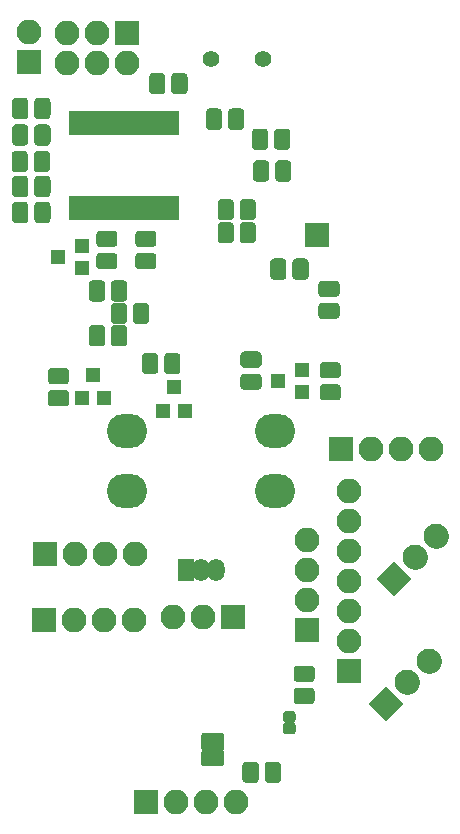
<source format=gbr>
G04 #@! TF.GenerationSoftware,KiCad,Pcbnew,(5.0.0)*
G04 #@! TF.CreationDate,2021-03-27T00:22:30-04:00*
G04 #@! TF.ProjectId,Section_SensorBlock,53656374696F6E5F53656E736F72426C,1.0*
G04 #@! TF.SameCoordinates,Original*
G04 #@! TF.FileFunction,Soldermask,Bot*
G04 #@! TF.FilePolarity,Negative*
%FSLAX46Y46*%
G04 Gerber Fmt 4.6, Leading zero omitted, Abs format (unit mm)*
G04 Created by KiCad (PCBNEW (5.0.0)) date 03/27/21 00:22:30*
%MOMM*%
%LPD*%
G01*
G04 APERTURE LIST*
%ADD10R,2.100000X2.100000*%
%ADD11O,2.100000X2.100000*%
%ADD12C,2.100000*%
%ADD13C,0.100000*%
%ADD14C,2.100000*%
%ADD15C,1.375000*%
%ADD16C,1.400000*%
%ADD17C,0.300000*%
%ADD18R,1.200000X1.300000*%
%ADD19R,1.300000X1.200000*%
%ADD20O,3.400000X2.900000*%
%ADD21C,0.990000*%
%ADD22R,0.850000X2.150000*%
%ADD23O,1.450000X1.900000*%
%ADD24R,1.450000X1.900000*%
G04 APERTURE END LIST*
D10*
G04 #@! TO.C,J304*
X162400000Y-114200000D03*
D11*
X162400000Y-111660000D03*
X162400000Y-109120000D03*
X162400000Y-106580000D03*
X162400000Y-104040000D03*
X162400000Y-101500000D03*
X162400000Y-98960000D03*
G04 #@! TD*
D12*
G04 #@! TO.C,JP201*
X165550000Y-117000000D03*
D13*
G36*
X167034924Y-117000000D02*
X165550000Y-118484924D01*
X164065076Y-117000000D01*
X165550000Y-115515076D01*
X167034924Y-117000000D01*
X167034924Y-117000000D01*
G37*
D12*
X167346051Y-115203949D03*
D14*
X167346051Y-115203949D02*
X167346051Y-115203949D01*
D12*
X169142102Y-113407898D03*
D14*
X169142102Y-113407898D02*
X169142102Y-113407898D01*
G04 #@! TD*
D12*
G04 #@! TO.C,JP203*
X169792102Y-102807898D03*
D14*
X169792102Y-102807898D02*
X169792102Y-102807898D01*
D12*
X167996051Y-104603949D03*
D14*
X167996051Y-104603949D02*
X167996051Y-104603949D01*
D12*
X166200000Y-106400000D03*
D13*
G36*
X167684924Y-106400000D02*
X166200000Y-107884924D01*
X164715076Y-106400000D01*
X166200000Y-104915076D01*
X167684924Y-106400000D01*
X167684924Y-106400000D01*
G37*
G04 #@! TD*
G04 #@! TO.C,C201*
G36*
X143289943Y-83051655D02*
X143323312Y-83056605D01*
X143356035Y-83064802D01*
X143387797Y-83076166D01*
X143418293Y-83090590D01*
X143447227Y-83107932D01*
X143474323Y-83128028D01*
X143499318Y-83150682D01*
X143521972Y-83175677D01*
X143542068Y-83202773D01*
X143559410Y-83231707D01*
X143573834Y-83262203D01*
X143585198Y-83293965D01*
X143593395Y-83326688D01*
X143598345Y-83360057D01*
X143600000Y-83393750D01*
X143600000Y-84506250D01*
X143598345Y-84539943D01*
X143593395Y-84573312D01*
X143585198Y-84606035D01*
X143573834Y-84637797D01*
X143559410Y-84668293D01*
X143542068Y-84697227D01*
X143521972Y-84724323D01*
X143499318Y-84749318D01*
X143474323Y-84771972D01*
X143447227Y-84792068D01*
X143418293Y-84809410D01*
X143387797Y-84823834D01*
X143356035Y-84835198D01*
X143323312Y-84843395D01*
X143289943Y-84848345D01*
X143256250Y-84850000D01*
X142568750Y-84850000D01*
X142535057Y-84848345D01*
X142501688Y-84843395D01*
X142468965Y-84835198D01*
X142437203Y-84823834D01*
X142406707Y-84809410D01*
X142377773Y-84792068D01*
X142350677Y-84771972D01*
X142325682Y-84749318D01*
X142303028Y-84724323D01*
X142282932Y-84697227D01*
X142265590Y-84668293D01*
X142251166Y-84637797D01*
X142239802Y-84606035D01*
X142231605Y-84573312D01*
X142226655Y-84539943D01*
X142225000Y-84506250D01*
X142225000Y-83393750D01*
X142226655Y-83360057D01*
X142231605Y-83326688D01*
X142239802Y-83293965D01*
X142251166Y-83262203D01*
X142265590Y-83231707D01*
X142282932Y-83202773D01*
X142303028Y-83175677D01*
X142325682Y-83150682D01*
X142350677Y-83128028D01*
X142377773Y-83107932D01*
X142406707Y-83090590D01*
X142437203Y-83076166D01*
X142468965Y-83064802D01*
X142501688Y-83056605D01*
X142535057Y-83051655D01*
X142568750Y-83050000D01*
X143256250Y-83050000D01*
X143289943Y-83051655D01*
X143289943Y-83051655D01*
G37*
D15*
X142912500Y-83950000D03*
D13*
G36*
X145164943Y-83051655D02*
X145198312Y-83056605D01*
X145231035Y-83064802D01*
X145262797Y-83076166D01*
X145293293Y-83090590D01*
X145322227Y-83107932D01*
X145349323Y-83128028D01*
X145374318Y-83150682D01*
X145396972Y-83175677D01*
X145417068Y-83202773D01*
X145434410Y-83231707D01*
X145448834Y-83262203D01*
X145460198Y-83293965D01*
X145468395Y-83326688D01*
X145473345Y-83360057D01*
X145475000Y-83393750D01*
X145475000Y-84506250D01*
X145473345Y-84539943D01*
X145468395Y-84573312D01*
X145460198Y-84606035D01*
X145448834Y-84637797D01*
X145434410Y-84668293D01*
X145417068Y-84697227D01*
X145396972Y-84724323D01*
X145374318Y-84749318D01*
X145349323Y-84771972D01*
X145322227Y-84792068D01*
X145293293Y-84809410D01*
X145262797Y-84823834D01*
X145231035Y-84835198D01*
X145198312Y-84843395D01*
X145164943Y-84848345D01*
X145131250Y-84850000D01*
X144443750Y-84850000D01*
X144410057Y-84848345D01*
X144376688Y-84843395D01*
X144343965Y-84835198D01*
X144312203Y-84823834D01*
X144281707Y-84809410D01*
X144252773Y-84792068D01*
X144225677Y-84771972D01*
X144200682Y-84749318D01*
X144178028Y-84724323D01*
X144157932Y-84697227D01*
X144140590Y-84668293D01*
X144126166Y-84637797D01*
X144114802Y-84606035D01*
X144106605Y-84573312D01*
X144101655Y-84539943D01*
X144100000Y-84506250D01*
X144100000Y-83393750D01*
X144101655Y-83360057D01*
X144106605Y-83326688D01*
X144114802Y-83293965D01*
X144126166Y-83262203D01*
X144140590Y-83231707D01*
X144157932Y-83202773D01*
X144178028Y-83175677D01*
X144200682Y-83150682D01*
X144225677Y-83128028D01*
X144252773Y-83107932D01*
X144281707Y-83090590D01*
X144312203Y-83076166D01*
X144343965Y-83064802D01*
X144376688Y-83056605D01*
X144410057Y-83051655D01*
X144443750Y-83050000D01*
X145131250Y-83050000D01*
X145164943Y-83051655D01*
X145164943Y-83051655D01*
G37*
D15*
X144787500Y-83950000D03*
G04 #@! TD*
D13*
G04 #@! TO.C,C202*
G36*
X158664943Y-79301655D02*
X158698312Y-79306605D01*
X158731035Y-79314802D01*
X158762797Y-79326166D01*
X158793293Y-79340590D01*
X158822227Y-79357932D01*
X158849323Y-79378028D01*
X158874318Y-79400682D01*
X158896972Y-79425677D01*
X158917068Y-79452773D01*
X158934410Y-79481707D01*
X158948834Y-79512203D01*
X158960198Y-79543965D01*
X158968395Y-79576688D01*
X158973345Y-79610057D01*
X158975000Y-79643750D01*
X158975000Y-80756250D01*
X158973345Y-80789943D01*
X158968395Y-80823312D01*
X158960198Y-80856035D01*
X158948834Y-80887797D01*
X158934410Y-80918293D01*
X158917068Y-80947227D01*
X158896972Y-80974323D01*
X158874318Y-80999318D01*
X158849323Y-81021972D01*
X158822227Y-81042068D01*
X158793293Y-81059410D01*
X158762797Y-81073834D01*
X158731035Y-81085198D01*
X158698312Y-81093395D01*
X158664943Y-81098345D01*
X158631250Y-81100000D01*
X157943750Y-81100000D01*
X157910057Y-81098345D01*
X157876688Y-81093395D01*
X157843965Y-81085198D01*
X157812203Y-81073834D01*
X157781707Y-81059410D01*
X157752773Y-81042068D01*
X157725677Y-81021972D01*
X157700682Y-80999318D01*
X157678028Y-80974323D01*
X157657932Y-80947227D01*
X157640590Y-80918293D01*
X157626166Y-80887797D01*
X157614802Y-80856035D01*
X157606605Y-80823312D01*
X157601655Y-80789943D01*
X157600000Y-80756250D01*
X157600000Y-79643750D01*
X157601655Y-79610057D01*
X157606605Y-79576688D01*
X157614802Y-79543965D01*
X157626166Y-79512203D01*
X157640590Y-79481707D01*
X157657932Y-79452773D01*
X157678028Y-79425677D01*
X157700682Y-79400682D01*
X157725677Y-79378028D01*
X157752773Y-79357932D01*
X157781707Y-79340590D01*
X157812203Y-79326166D01*
X157843965Y-79314802D01*
X157876688Y-79306605D01*
X157910057Y-79301655D01*
X157943750Y-79300000D01*
X158631250Y-79300000D01*
X158664943Y-79301655D01*
X158664943Y-79301655D01*
G37*
D15*
X158287500Y-80200000D03*
D13*
G36*
X156789943Y-79301655D02*
X156823312Y-79306605D01*
X156856035Y-79314802D01*
X156887797Y-79326166D01*
X156918293Y-79340590D01*
X156947227Y-79357932D01*
X156974323Y-79378028D01*
X156999318Y-79400682D01*
X157021972Y-79425677D01*
X157042068Y-79452773D01*
X157059410Y-79481707D01*
X157073834Y-79512203D01*
X157085198Y-79543965D01*
X157093395Y-79576688D01*
X157098345Y-79610057D01*
X157100000Y-79643750D01*
X157100000Y-80756250D01*
X157098345Y-80789943D01*
X157093395Y-80823312D01*
X157085198Y-80856035D01*
X157073834Y-80887797D01*
X157059410Y-80918293D01*
X157042068Y-80947227D01*
X157021972Y-80974323D01*
X156999318Y-80999318D01*
X156974323Y-81021972D01*
X156947227Y-81042068D01*
X156918293Y-81059410D01*
X156887797Y-81073834D01*
X156856035Y-81085198D01*
X156823312Y-81093395D01*
X156789943Y-81098345D01*
X156756250Y-81100000D01*
X156068750Y-81100000D01*
X156035057Y-81098345D01*
X156001688Y-81093395D01*
X155968965Y-81085198D01*
X155937203Y-81073834D01*
X155906707Y-81059410D01*
X155877773Y-81042068D01*
X155850677Y-81021972D01*
X155825682Y-80999318D01*
X155803028Y-80974323D01*
X155782932Y-80947227D01*
X155765590Y-80918293D01*
X155751166Y-80887797D01*
X155739802Y-80856035D01*
X155731605Y-80823312D01*
X155726655Y-80789943D01*
X155725000Y-80756250D01*
X155725000Y-79643750D01*
X155726655Y-79610057D01*
X155731605Y-79576688D01*
X155739802Y-79543965D01*
X155751166Y-79512203D01*
X155765590Y-79481707D01*
X155782932Y-79452773D01*
X155803028Y-79425677D01*
X155825682Y-79400682D01*
X155850677Y-79378028D01*
X155877773Y-79357932D01*
X155906707Y-79340590D01*
X155937203Y-79326166D01*
X155968965Y-79314802D01*
X156001688Y-79306605D01*
X156035057Y-79301655D01*
X156068750Y-79300000D01*
X156756250Y-79300000D01*
X156789943Y-79301655D01*
X156789943Y-79301655D01*
G37*
D15*
X156412500Y-80200000D03*
G04 #@! TD*
D13*
G04 #@! TO.C,C203*
G36*
X141433138Y-81152450D02*
X141466507Y-81157400D01*
X141499230Y-81165597D01*
X141530992Y-81176961D01*
X141561488Y-81191385D01*
X141590422Y-81208727D01*
X141617518Y-81228823D01*
X141642513Y-81251477D01*
X141665167Y-81276472D01*
X141685263Y-81303568D01*
X141702605Y-81332502D01*
X141717029Y-81362998D01*
X141728393Y-81394760D01*
X141736590Y-81427483D01*
X141741540Y-81460852D01*
X141743195Y-81494545D01*
X141743195Y-82607045D01*
X141741540Y-82640738D01*
X141736590Y-82674107D01*
X141728393Y-82706830D01*
X141717029Y-82738592D01*
X141702605Y-82769088D01*
X141685263Y-82798022D01*
X141665167Y-82825118D01*
X141642513Y-82850113D01*
X141617518Y-82872767D01*
X141590422Y-82892863D01*
X141561488Y-82910205D01*
X141530992Y-82924629D01*
X141499230Y-82935993D01*
X141466507Y-82944190D01*
X141433138Y-82949140D01*
X141399445Y-82950795D01*
X140711945Y-82950795D01*
X140678252Y-82949140D01*
X140644883Y-82944190D01*
X140612160Y-82935993D01*
X140580398Y-82924629D01*
X140549902Y-82910205D01*
X140520968Y-82892863D01*
X140493872Y-82872767D01*
X140468877Y-82850113D01*
X140446223Y-82825118D01*
X140426127Y-82798022D01*
X140408785Y-82769088D01*
X140394361Y-82738592D01*
X140382997Y-82706830D01*
X140374800Y-82674107D01*
X140369850Y-82640738D01*
X140368195Y-82607045D01*
X140368195Y-81494545D01*
X140369850Y-81460852D01*
X140374800Y-81427483D01*
X140382997Y-81394760D01*
X140394361Y-81362998D01*
X140408785Y-81332502D01*
X140426127Y-81303568D01*
X140446223Y-81276472D01*
X140468877Y-81251477D01*
X140493872Y-81228823D01*
X140520968Y-81208727D01*
X140549902Y-81191385D01*
X140580398Y-81176961D01*
X140612160Y-81165597D01*
X140644883Y-81157400D01*
X140678252Y-81152450D01*
X140711945Y-81150795D01*
X141399445Y-81150795D01*
X141433138Y-81152450D01*
X141433138Y-81152450D01*
G37*
D15*
X141055695Y-82050795D03*
D13*
G36*
X143308138Y-81152450D02*
X143341507Y-81157400D01*
X143374230Y-81165597D01*
X143405992Y-81176961D01*
X143436488Y-81191385D01*
X143465422Y-81208727D01*
X143492518Y-81228823D01*
X143517513Y-81251477D01*
X143540167Y-81276472D01*
X143560263Y-81303568D01*
X143577605Y-81332502D01*
X143592029Y-81362998D01*
X143603393Y-81394760D01*
X143611590Y-81427483D01*
X143616540Y-81460852D01*
X143618195Y-81494545D01*
X143618195Y-82607045D01*
X143616540Y-82640738D01*
X143611590Y-82674107D01*
X143603393Y-82706830D01*
X143592029Y-82738592D01*
X143577605Y-82769088D01*
X143560263Y-82798022D01*
X143540167Y-82825118D01*
X143517513Y-82850113D01*
X143492518Y-82872767D01*
X143465422Y-82892863D01*
X143436488Y-82910205D01*
X143405992Y-82924629D01*
X143374230Y-82935993D01*
X143341507Y-82944190D01*
X143308138Y-82949140D01*
X143274445Y-82950795D01*
X142586945Y-82950795D01*
X142553252Y-82949140D01*
X142519883Y-82944190D01*
X142487160Y-82935993D01*
X142455398Y-82924629D01*
X142424902Y-82910205D01*
X142395968Y-82892863D01*
X142368872Y-82872767D01*
X142343877Y-82850113D01*
X142321223Y-82825118D01*
X142301127Y-82798022D01*
X142283785Y-82769088D01*
X142269361Y-82738592D01*
X142257997Y-82706830D01*
X142249800Y-82674107D01*
X142244850Y-82640738D01*
X142243195Y-82607045D01*
X142243195Y-81494545D01*
X142244850Y-81460852D01*
X142249800Y-81427483D01*
X142257997Y-81394760D01*
X142269361Y-81362998D01*
X142283785Y-81332502D01*
X142301127Y-81303568D01*
X142321223Y-81276472D01*
X142343877Y-81251477D01*
X142368872Y-81228823D01*
X142395968Y-81208727D01*
X142424902Y-81191385D01*
X142455398Y-81176961D01*
X142487160Y-81165597D01*
X142519883Y-81157400D01*
X142553252Y-81152450D01*
X142586945Y-81150795D01*
X143274445Y-81150795D01*
X143308138Y-81152450D01*
X143308138Y-81152450D01*
G37*
D15*
X142930695Y-82050795D03*
G04 #@! TD*
D13*
G04 #@! TO.C,C204*
G36*
X143308138Y-84952451D02*
X143341507Y-84957401D01*
X143374230Y-84965598D01*
X143405992Y-84976962D01*
X143436488Y-84991386D01*
X143465422Y-85008728D01*
X143492518Y-85028824D01*
X143517513Y-85051478D01*
X143540167Y-85076473D01*
X143560263Y-85103569D01*
X143577605Y-85132503D01*
X143592029Y-85162999D01*
X143603393Y-85194761D01*
X143611590Y-85227484D01*
X143616540Y-85260853D01*
X143618195Y-85294546D01*
X143618195Y-86407046D01*
X143616540Y-86440739D01*
X143611590Y-86474108D01*
X143603393Y-86506831D01*
X143592029Y-86538593D01*
X143577605Y-86569089D01*
X143560263Y-86598023D01*
X143540167Y-86625119D01*
X143517513Y-86650114D01*
X143492518Y-86672768D01*
X143465422Y-86692864D01*
X143436488Y-86710206D01*
X143405992Y-86724630D01*
X143374230Y-86735994D01*
X143341507Y-86744191D01*
X143308138Y-86749141D01*
X143274445Y-86750796D01*
X142586945Y-86750796D01*
X142553252Y-86749141D01*
X142519883Y-86744191D01*
X142487160Y-86735994D01*
X142455398Y-86724630D01*
X142424902Y-86710206D01*
X142395968Y-86692864D01*
X142368872Y-86672768D01*
X142343877Y-86650114D01*
X142321223Y-86625119D01*
X142301127Y-86598023D01*
X142283785Y-86569089D01*
X142269361Y-86538593D01*
X142257997Y-86506831D01*
X142249800Y-86474108D01*
X142244850Y-86440739D01*
X142243195Y-86407046D01*
X142243195Y-85294546D01*
X142244850Y-85260853D01*
X142249800Y-85227484D01*
X142257997Y-85194761D01*
X142269361Y-85162999D01*
X142283785Y-85132503D01*
X142301127Y-85103569D01*
X142321223Y-85076473D01*
X142343877Y-85051478D01*
X142368872Y-85028824D01*
X142395968Y-85008728D01*
X142424902Y-84991386D01*
X142455398Y-84976962D01*
X142487160Y-84965598D01*
X142519883Y-84957401D01*
X142553252Y-84952451D01*
X142586945Y-84950796D01*
X143274445Y-84950796D01*
X143308138Y-84952451D01*
X143308138Y-84952451D01*
G37*
D15*
X142930695Y-85850796D03*
D13*
G36*
X141433138Y-84952451D02*
X141466507Y-84957401D01*
X141499230Y-84965598D01*
X141530992Y-84976962D01*
X141561488Y-84991386D01*
X141590422Y-85008728D01*
X141617518Y-85028824D01*
X141642513Y-85051478D01*
X141665167Y-85076473D01*
X141685263Y-85103569D01*
X141702605Y-85132503D01*
X141717029Y-85162999D01*
X141728393Y-85194761D01*
X141736590Y-85227484D01*
X141741540Y-85260853D01*
X141743195Y-85294546D01*
X141743195Y-86407046D01*
X141741540Y-86440739D01*
X141736590Y-86474108D01*
X141728393Y-86506831D01*
X141717029Y-86538593D01*
X141702605Y-86569089D01*
X141685263Y-86598023D01*
X141665167Y-86625119D01*
X141642513Y-86650114D01*
X141617518Y-86672768D01*
X141590422Y-86692864D01*
X141561488Y-86710206D01*
X141530992Y-86724630D01*
X141499230Y-86735994D01*
X141466507Y-86744191D01*
X141433138Y-86749141D01*
X141399445Y-86750796D01*
X140711945Y-86750796D01*
X140678252Y-86749141D01*
X140644883Y-86744191D01*
X140612160Y-86735994D01*
X140580398Y-86724630D01*
X140549902Y-86710206D01*
X140520968Y-86692864D01*
X140493872Y-86672768D01*
X140468877Y-86650114D01*
X140446223Y-86625119D01*
X140426127Y-86598023D01*
X140408785Y-86569089D01*
X140394361Y-86538593D01*
X140382997Y-86506831D01*
X140374800Y-86474108D01*
X140369850Y-86440739D01*
X140368195Y-86407046D01*
X140368195Y-85294546D01*
X140369850Y-85260853D01*
X140374800Y-85227484D01*
X140382997Y-85194761D01*
X140394361Y-85162999D01*
X140408785Y-85132503D01*
X140426127Y-85103569D01*
X140446223Y-85076473D01*
X140468877Y-85051478D01*
X140493872Y-85028824D01*
X140520968Y-85008728D01*
X140549902Y-84991386D01*
X140580398Y-84976962D01*
X140612160Y-84965598D01*
X140644883Y-84957401D01*
X140678252Y-84952451D01*
X140711945Y-84950796D01*
X141399445Y-84950796D01*
X141433138Y-84952451D01*
X141433138Y-84952451D01*
G37*
D15*
X141055695Y-85850796D03*
G04 #@! TD*
D13*
G04 #@! TO.C,C206*
G36*
X155339943Y-71001655D02*
X155373312Y-71006605D01*
X155406035Y-71014802D01*
X155437797Y-71026166D01*
X155468293Y-71040590D01*
X155497227Y-71057932D01*
X155524323Y-71078028D01*
X155549318Y-71100682D01*
X155571972Y-71125677D01*
X155592068Y-71152773D01*
X155609410Y-71181707D01*
X155623834Y-71212203D01*
X155635198Y-71243965D01*
X155643395Y-71276688D01*
X155648345Y-71310057D01*
X155650000Y-71343750D01*
X155650000Y-72456250D01*
X155648345Y-72489943D01*
X155643395Y-72523312D01*
X155635198Y-72556035D01*
X155623834Y-72587797D01*
X155609410Y-72618293D01*
X155592068Y-72647227D01*
X155571972Y-72674323D01*
X155549318Y-72699318D01*
X155524323Y-72721972D01*
X155497227Y-72742068D01*
X155468293Y-72759410D01*
X155437797Y-72773834D01*
X155406035Y-72785198D01*
X155373312Y-72793395D01*
X155339943Y-72798345D01*
X155306250Y-72800000D01*
X154618750Y-72800000D01*
X154585057Y-72798345D01*
X154551688Y-72793395D01*
X154518965Y-72785198D01*
X154487203Y-72773834D01*
X154456707Y-72759410D01*
X154427773Y-72742068D01*
X154400677Y-72721972D01*
X154375682Y-72699318D01*
X154353028Y-72674323D01*
X154332932Y-72647227D01*
X154315590Y-72618293D01*
X154301166Y-72587797D01*
X154289802Y-72556035D01*
X154281605Y-72523312D01*
X154276655Y-72489943D01*
X154275000Y-72456250D01*
X154275000Y-71343750D01*
X154276655Y-71310057D01*
X154281605Y-71276688D01*
X154289802Y-71243965D01*
X154301166Y-71212203D01*
X154315590Y-71181707D01*
X154332932Y-71152773D01*
X154353028Y-71125677D01*
X154375682Y-71100682D01*
X154400677Y-71078028D01*
X154427773Y-71057932D01*
X154456707Y-71040590D01*
X154487203Y-71026166D01*
X154518965Y-71014802D01*
X154551688Y-71006605D01*
X154585057Y-71001655D01*
X154618750Y-71000000D01*
X155306250Y-71000000D01*
X155339943Y-71001655D01*
X155339943Y-71001655D01*
G37*
D15*
X154962500Y-71900000D03*
D13*
G36*
X157214943Y-71001655D02*
X157248312Y-71006605D01*
X157281035Y-71014802D01*
X157312797Y-71026166D01*
X157343293Y-71040590D01*
X157372227Y-71057932D01*
X157399323Y-71078028D01*
X157424318Y-71100682D01*
X157446972Y-71125677D01*
X157467068Y-71152773D01*
X157484410Y-71181707D01*
X157498834Y-71212203D01*
X157510198Y-71243965D01*
X157518395Y-71276688D01*
X157523345Y-71310057D01*
X157525000Y-71343750D01*
X157525000Y-72456250D01*
X157523345Y-72489943D01*
X157518395Y-72523312D01*
X157510198Y-72556035D01*
X157498834Y-72587797D01*
X157484410Y-72618293D01*
X157467068Y-72647227D01*
X157446972Y-72674323D01*
X157424318Y-72699318D01*
X157399323Y-72721972D01*
X157372227Y-72742068D01*
X157343293Y-72759410D01*
X157312797Y-72773834D01*
X157281035Y-72785198D01*
X157248312Y-72793395D01*
X157214943Y-72798345D01*
X157181250Y-72800000D01*
X156493750Y-72800000D01*
X156460057Y-72798345D01*
X156426688Y-72793395D01*
X156393965Y-72785198D01*
X156362203Y-72773834D01*
X156331707Y-72759410D01*
X156302773Y-72742068D01*
X156275677Y-72721972D01*
X156250682Y-72699318D01*
X156228028Y-72674323D01*
X156207932Y-72647227D01*
X156190590Y-72618293D01*
X156176166Y-72587797D01*
X156164802Y-72556035D01*
X156156605Y-72523312D01*
X156151655Y-72489943D01*
X156150000Y-72456250D01*
X156150000Y-71343750D01*
X156151655Y-71310057D01*
X156156605Y-71276688D01*
X156164802Y-71243965D01*
X156176166Y-71212203D01*
X156190590Y-71181707D01*
X156207932Y-71152773D01*
X156228028Y-71125677D01*
X156250682Y-71100682D01*
X156275677Y-71078028D01*
X156302773Y-71057932D01*
X156331707Y-71040590D01*
X156362203Y-71026166D01*
X156393965Y-71014802D01*
X156426688Y-71006605D01*
X156460057Y-71001655D01*
X156493750Y-71000000D01*
X157181250Y-71000000D01*
X157214943Y-71001655D01*
X157214943Y-71001655D01*
G37*
D15*
X156837500Y-71900000D03*
G04 #@! TD*
D10*
G04 #@! TO.C,ICSP201*
X143600000Y-60200000D03*
D11*
X143600000Y-62740000D03*
X141060000Y-60200000D03*
X141060000Y-62740000D03*
X138520000Y-60200000D03*
X138520000Y-62740000D03*
G04 #@! TD*
D16*
G04 #@! TO.C,J201*
X155100000Y-62400000D03*
X150700000Y-62400000D03*
G04 #@! TD*
D10*
G04 #@! TO.C,J202*
X135300000Y-62700000D03*
D11*
X135300000Y-60160000D03*
G04 #@! TD*
D10*
G04 #@! TO.C,J301*
X145200000Y-125300000D03*
D11*
X147740000Y-125300000D03*
X150280000Y-125300000D03*
X152820000Y-125300000D03*
G04 #@! TD*
G04 #@! TO.C,J302*
X144240000Y-104350000D03*
X141700000Y-104350000D03*
X139160000Y-104350000D03*
D10*
X136620000Y-104350000D03*
G04 #@! TD*
G04 #@! TO.C,J306*
X152600000Y-109700000D03*
D11*
X150060000Y-109700000D03*
X147520000Y-109700000D03*
G04 #@! TD*
D17*
G04 #@! TO.C,JP301*
X150850000Y-120150000D03*
D13*
G36*
X149903843Y-119610982D02*
X149915224Y-119573463D01*
X149933706Y-119538886D01*
X149958579Y-119508579D01*
X149988886Y-119483706D01*
X150023463Y-119465224D01*
X150060982Y-119453843D01*
X150100000Y-119450000D01*
X151600000Y-119450000D01*
X151639018Y-119453843D01*
X151676537Y-119465224D01*
X151711114Y-119483706D01*
X151741421Y-119508579D01*
X151766294Y-119538886D01*
X151784776Y-119573463D01*
X151796157Y-119610982D01*
X151800000Y-119650000D01*
X151800000Y-120800000D01*
X151796157Y-120839018D01*
X151784776Y-120876537D01*
X151766294Y-120911114D01*
X151741421Y-120941421D01*
X151711114Y-120966294D01*
X151676537Y-120984776D01*
X151639018Y-120996157D01*
X151600000Y-121000000D01*
X151560982Y-120996157D01*
X151523463Y-120984776D01*
X151489060Y-120966410D01*
X150850000Y-120540370D01*
X150210940Y-120966410D01*
X150176343Y-120984856D01*
X150138813Y-120996198D01*
X150099791Y-121000000D01*
X150060777Y-120996116D01*
X150023270Y-120984696D01*
X149988712Y-120966178D01*
X149958431Y-120941273D01*
X149933590Y-120910940D01*
X149915144Y-120876343D01*
X149903802Y-120838813D01*
X149900000Y-120800000D01*
X149900000Y-119650000D01*
X149903843Y-119610982D01*
X149903843Y-119610982D01*
G37*
D17*
X150850000Y-121600000D03*
D13*
G36*
X149903843Y-121060982D02*
X149915224Y-121023463D01*
X149933706Y-120988886D01*
X149958579Y-120958579D01*
X149989060Y-120933590D01*
X150739060Y-120433590D01*
X150773657Y-120415144D01*
X150811187Y-120403802D01*
X150850209Y-120400000D01*
X150889223Y-120403884D01*
X150926730Y-120415304D01*
X150960940Y-120433590D01*
X151710940Y-120933590D01*
X151741273Y-120958431D01*
X151766178Y-120988712D01*
X151784696Y-121023270D01*
X151796116Y-121060777D01*
X151800000Y-121100000D01*
X151800000Y-122100000D01*
X151796157Y-122139018D01*
X151784776Y-122176537D01*
X151766294Y-122211114D01*
X151741421Y-122241421D01*
X151711114Y-122266294D01*
X151676537Y-122284776D01*
X151639018Y-122296157D01*
X151600000Y-122300000D01*
X150100000Y-122300000D01*
X150060982Y-122296157D01*
X150023463Y-122284776D01*
X149988886Y-122266294D01*
X149958579Y-122241421D01*
X149933706Y-122211114D01*
X149915224Y-122176537D01*
X149903843Y-122139018D01*
X149900000Y-122100000D01*
X149900000Y-121100000D01*
X149903843Y-121060982D01*
X149903843Y-121060982D01*
G37*
G04 #@! TD*
D18*
G04 #@! TO.C,Q301*
X141650000Y-91150000D03*
X139750000Y-91150000D03*
X140700000Y-89150000D03*
G04 #@! TD*
G04 #@! TO.C,Q302*
X147600000Y-90200000D03*
X146650000Y-92200000D03*
X148550000Y-92200000D03*
G04 #@! TD*
D19*
G04 #@! TO.C,Q303*
X158400000Y-88750000D03*
X158400000Y-90650000D03*
X156400000Y-89700000D03*
G04 #@! TD*
D13*
G04 #@! TO.C,R203*
G36*
X155239943Y-68301655D02*
X155273312Y-68306605D01*
X155306035Y-68314802D01*
X155337797Y-68326166D01*
X155368293Y-68340590D01*
X155397227Y-68357932D01*
X155424323Y-68378028D01*
X155449318Y-68400682D01*
X155471972Y-68425677D01*
X155492068Y-68452773D01*
X155509410Y-68481707D01*
X155523834Y-68512203D01*
X155535198Y-68543965D01*
X155543395Y-68576688D01*
X155548345Y-68610057D01*
X155550000Y-68643750D01*
X155550000Y-69756250D01*
X155548345Y-69789943D01*
X155543395Y-69823312D01*
X155535198Y-69856035D01*
X155523834Y-69887797D01*
X155509410Y-69918293D01*
X155492068Y-69947227D01*
X155471972Y-69974323D01*
X155449318Y-69999318D01*
X155424323Y-70021972D01*
X155397227Y-70042068D01*
X155368293Y-70059410D01*
X155337797Y-70073834D01*
X155306035Y-70085198D01*
X155273312Y-70093395D01*
X155239943Y-70098345D01*
X155206250Y-70100000D01*
X154518750Y-70100000D01*
X154485057Y-70098345D01*
X154451688Y-70093395D01*
X154418965Y-70085198D01*
X154387203Y-70073834D01*
X154356707Y-70059410D01*
X154327773Y-70042068D01*
X154300677Y-70021972D01*
X154275682Y-69999318D01*
X154253028Y-69974323D01*
X154232932Y-69947227D01*
X154215590Y-69918293D01*
X154201166Y-69887797D01*
X154189802Y-69856035D01*
X154181605Y-69823312D01*
X154176655Y-69789943D01*
X154175000Y-69756250D01*
X154175000Y-68643750D01*
X154176655Y-68610057D01*
X154181605Y-68576688D01*
X154189802Y-68543965D01*
X154201166Y-68512203D01*
X154215590Y-68481707D01*
X154232932Y-68452773D01*
X154253028Y-68425677D01*
X154275682Y-68400682D01*
X154300677Y-68378028D01*
X154327773Y-68357932D01*
X154356707Y-68340590D01*
X154387203Y-68326166D01*
X154418965Y-68314802D01*
X154451688Y-68306605D01*
X154485057Y-68301655D01*
X154518750Y-68300000D01*
X155206250Y-68300000D01*
X155239943Y-68301655D01*
X155239943Y-68301655D01*
G37*
D15*
X154862500Y-69200000D03*
D13*
G36*
X157114943Y-68301655D02*
X157148312Y-68306605D01*
X157181035Y-68314802D01*
X157212797Y-68326166D01*
X157243293Y-68340590D01*
X157272227Y-68357932D01*
X157299323Y-68378028D01*
X157324318Y-68400682D01*
X157346972Y-68425677D01*
X157367068Y-68452773D01*
X157384410Y-68481707D01*
X157398834Y-68512203D01*
X157410198Y-68543965D01*
X157418395Y-68576688D01*
X157423345Y-68610057D01*
X157425000Y-68643750D01*
X157425000Y-69756250D01*
X157423345Y-69789943D01*
X157418395Y-69823312D01*
X157410198Y-69856035D01*
X157398834Y-69887797D01*
X157384410Y-69918293D01*
X157367068Y-69947227D01*
X157346972Y-69974323D01*
X157324318Y-69999318D01*
X157299323Y-70021972D01*
X157272227Y-70042068D01*
X157243293Y-70059410D01*
X157212797Y-70073834D01*
X157181035Y-70085198D01*
X157148312Y-70093395D01*
X157114943Y-70098345D01*
X157081250Y-70100000D01*
X156393750Y-70100000D01*
X156360057Y-70098345D01*
X156326688Y-70093395D01*
X156293965Y-70085198D01*
X156262203Y-70073834D01*
X156231707Y-70059410D01*
X156202773Y-70042068D01*
X156175677Y-70021972D01*
X156150682Y-69999318D01*
X156128028Y-69974323D01*
X156107932Y-69947227D01*
X156090590Y-69918293D01*
X156076166Y-69887797D01*
X156064802Y-69856035D01*
X156056605Y-69823312D01*
X156051655Y-69789943D01*
X156050000Y-69756250D01*
X156050000Y-68643750D01*
X156051655Y-68610057D01*
X156056605Y-68576688D01*
X156064802Y-68543965D01*
X156076166Y-68512203D01*
X156090590Y-68481707D01*
X156107932Y-68452773D01*
X156128028Y-68425677D01*
X156150682Y-68400682D01*
X156175677Y-68378028D01*
X156202773Y-68357932D01*
X156231707Y-68340590D01*
X156262203Y-68326166D01*
X156293965Y-68314802D01*
X156326688Y-68306605D01*
X156360057Y-68301655D01*
X156393750Y-68300000D01*
X157081250Y-68300000D01*
X157114943Y-68301655D01*
X157114943Y-68301655D01*
G37*
D15*
X156737500Y-69200000D03*
G04 #@! TD*
D13*
G04 #@! TO.C,R204*
G36*
X151339943Y-66601655D02*
X151373312Y-66606605D01*
X151406035Y-66614802D01*
X151437797Y-66626166D01*
X151468293Y-66640590D01*
X151497227Y-66657932D01*
X151524323Y-66678028D01*
X151549318Y-66700682D01*
X151571972Y-66725677D01*
X151592068Y-66752773D01*
X151609410Y-66781707D01*
X151623834Y-66812203D01*
X151635198Y-66843965D01*
X151643395Y-66876688D01*
X151648345Y-66910057D01*
X151650000Y-66943750D01*
X151650000Y-68056250D01*
X151648345Y-68089943D01*
X151643395Y-68123312D01*
X151635198Y-68156035D01*
X151623834Y-68187797D01*
X151609410Y-68218293D01*
X151592068Y-68247227D01*
X151571972Y-68274323D01*
X151549318Y-68299318D01*
X151524323Y-68321972D01*
X151497227Y-68342068D01*
X151468293Y-68359410D01*
X151437797Y-68373834D01*
X151406035Y-68385198D01*
X151373312Y-68393395D01*
X151339943Y-68398345D01*
X151306250Y-68400000D01*
X150618750Y-68400000D01*
X150585057Y-68398345D01*
X150551688Y-68393395D01*
X150518965Y-68385198D01*
X150487203Y-68373834D01*
X150456707Y-68359410D01*
X150427773Y-68342068D01*
X150400677Y-68321972D01*
X150375682Y-68299318D01*
X150353028Y-68274323D01*
X150332932Y-68247227D01*
X150315590Y-68218293D01*
X150301166Y-68187797D01*
X150289802Y-68156035D01*
X150281605Y-68123312D01*
X150276655Y-68089943D01*
X150275000Y-68056250D01*
X150275000Y-66943750D01*
X150276655Y-66910057D01*
X150281605Y-66876688D01*
X150289802Y-66843965D01*
X150301166Y-66812203D01*
X150315590Y-66781707D01*
X150332932Y-66752773D01*
X150353028Y-66725677D01*
X150375682Y-66700682D01*
X150400677Y-66678028D01*
X150427773Y-66657932D01*
X150456707Y-66640590D01*
X150487203Y-66626166D01*
X150518965Y-66614802D01*
X150551688Y-66606605D01*
X150585057Y-66601655D01*
X150618750Y-66600000D01*
X151306250Y-66600000D01*
X151339943Y-66601655D01*
X151339943Y-66601655D01*
G37*
D15*
X150962500Y-67500000D03*
D13*
G36*
X153214943Y-66601655D02*
X153248312Y-66606605D01*
X153281035Y-66614802D01*
X153312797Y-66626166D01*
X153343293Y-66640590D01*
X153372227Y-66657932D01*
X153399323Y-66678028D01*
X153424318Y-66700682D01*
X153446972Y-66725677D01*
X153467068Y-66752773D01*
X153484410Y-66781707D01*
X153498834Y-66812203D01*
X153510198Y-66843965D01*
X153518395Y-66876688D01*
X153523345Y-66910057D01*
X153525000Y-66943750D01*
X153525000Y-68056250D01*
X153523345Y-68089943D01*
X153518395Y-68123312D01*
X153510198Y-68156035D01*
X153498834Y-68187797D01*
X153484410Y-68218293D01*
X153467068Y-68247227D01*
X153446972Y-68274323D01*
X153424318Y-68299318D01*
X153399323Y-68321972D01*
X153372227Y-68342068D01*
X153343293Y-68359410D01*
X153312797Y-68373834D01*
X153281035Y-68385198D01*
X153248312Y-68393395D01*
X153214943Y-68398345D01*
X153181250Y-68400000D01*
X152493750Y-68400000D01*
X152460057Y-68398345D01*
X152426688Y-68393395D01*
X152393965Y-68385198D01*
X152362203Y-68373834D01*
X152331707Y-68359410D01*
X152302773Y-68342068D01*
X152275677Y-68321972D01*
X152250682Y-68299318D01*
X152228028Y-68274323D01*
X152207932Y-68247227D01*
X152190590Y-68218293D01*
X152176166Y-68187797D01*
X152164802Y-68156035D01*
X152156605Y-68123312D01*
X152151655Y-68089943D01*
X152150000Y-68056250D01*
X152150000Y-66943750D01*
X152151655Y-66910057D01*
X152156605Y-66876688D01*
X152164802Y-66843965D01*
X152176166Y-66812203D01*
X152190590Y-66781707D01*
X152207932Y-66752773D01*
X152228028Y-66725677D01*
X152250682Y-66700682D01*
X152275677Y-66678028D01*
X152302773Y-66657932D01*
X152331707Y-66640590D01*
X152362203Y-66626166D01*
X152393965Y-66614802D01*
X152426688Y-66606605D01*
X152460057Y-66601655D01*
X152493750Y-66600000D01*
X153181250Y-66600000D01*
X153214943Y-66601655D01*
X153214943Y-66601655D01*
G37*
D15*
X152837500Y-67500000D03*
G04 #@! TD*
D13*
G04 #@! TO.C,R205*
G36*
X146539943Y-63601655D02*
X146573312Y-63606605D01*
X146606035Y-63614802D01*
X146637797Y-63626166D01*
X146668293Y-63640590D01*
X146697227Y-63657932D01*
X146724323Y-63678028D01*
X146749318Y-63700682D01*
X146771972Y-63725677D01*
X146792068Y-63752773D01*
X146809410Y-63781707D01*
X146823834Y-63812203D01*
X146835198Y-63843965D01*
X146843395Y-63876688D01*
X146848345Y-63910057D01*
X146850000Y-63943750D01*
X146850000Y-65056250D01*
X146848345Y-65089943D01*
X146843395Y-65123312D01*
X146835198Y-65156035D01*
X146823834Y-65187797D01*
X146809410Y-65218293D01*
X146792068Y-65247227D01*
X146771972Y-65274323D01*
X146749318Y-65299318D01*
X146724323Y-65321972D01*
X146697227Y-65342068D01*
X146668293Y-65359410D01*
X146637797Y-65373834D01*
X146606035Y-65385198D01*
X146573312Y-65393395D01*
X146539943Y-65398345D01*
X146506250Y-65400000D01*
X145818750Y-65400000D01*
X145785057Y-65398345D01*
X145751688Y-65393395D01*
X145718965Y-65385198D01*
X145687203Y-65373834D01*
X145656707Y-65359410D01*
X145627773Y-65342068D01*
X145600677Y-65321972D01*
X145575682Y-65299318D01*
X145553028Y-65274323D01*
X145532932Y-65247227D01*
X145515590Y-65218293D01*
X145501166Y-65187797D01*
X145489802Y-65156035D01*
X145481605Y-65123312D01*
X145476655Y-65089943D01*
X145475000Y-65056250D01*
X145475000Y-63943750D01*
X145476655Y-63910057D01*
X145481605Y-63876688D01*
X145489802Y-63843965D01*
X145501166Y-63812203D01*
X145515590Y-63781707D01*
X145532932Y-63752773D01*
X145553028Y-63725677D01*
X145575682Y-63700682D01*
X145600677Y-63678028D01*
X145627773Y-63657932D01*
X145656707Y-63640590D01*
X145687203Y-63626166D01*
X145718965Y-63614802D01*
X145751688Y-63606605D01*
X145785057Y-63601655D01*
X145818750Y-63600000D01*
X146506250Y-63600000D01*
X146539943Y-63601655D01*
X146539943Y-63601655D01*
G37*
D15*
X146162500Y-64500000D03*
D13*
G36*
X148414943Y-63601655D02*
X148448312Y-63606605D01*
X148481035Y-63614802D01*
X148512797Y-63626166D01*
X148543293Y-63640590D01*
X148572227Y-63657932D01*
X148599323Y-63678028D01*
X148624318Y-63700682D01*
X148646972Y-63725677D01*
X148667068Y-63752773D01*
X148684410Y-63781707D01*
X148698834Y-63812203D01*
X148710198Y-63843965D01*
X148718395Y-63876688D01*
X148723345Y-63910057D01*
X148725000Y-63943750D01*
X148725000Y-65056250D01*
X148723345Y-65089943D01*
X148718395Y-65123312D01*
X148710198Y-65156035D01*
X148698834Y-65187797D01*
X148684410Y-65218293D01*
X148667068Y-65247227D01*
X148646972Y-65274323D01*
X148624318Y-65299318D01*
X148599323Y-65321972D01*
X148572227Y-65342068D01*
X148543293Y-65359410D01*
X148512797Y-65373834D01*
X148481035Y-65385198D01*
X148448312Y-65393395D01*
X148414943Y-65398345D01*
X148381250Y-65400000D01*
X147693750Y-65400000D01*
X147660057Y-65398345D01*
X147626688Y-65393395D01*
X147593965Y-65385198D01*
X147562203Y-65373834D01*
X147531707Y-65359410D01*
X147502773Y-65342068D01*
X147475677Y-65321972D01*
X147450682Y-65299318D01*
X147428028Y-65274323D01*
X147407932Y-65247227D01*
X147390590Y-65218293D01*
X147376166Y-65187797D01*
X147364802Y-65156035D01*
X147356605Y-65123312D01*
X147351655Y-65089943D01*
X147350000Y-65056250D01*
X147350000Y-63943750D01*
X147351655Y-63910057D01*
X147356605Y-63876688D01*
X147364802Y-63843965D01*
X147376166Y-63812203D01*
X147390590Y-63781707D01*
X147407932Y-63752773D01*
X147428028Y-63725677D01*
X147450682Y-63700682D01*
X147475677Y-63678028D01*
X147502773Y-63657932D01*
X147531707Y-63640590D01*
X147562203Y-63626166D01*
X147593965Y-63614802D01*
X147626688Y-63606605D01*
X147660057Y-63601655D01*
X147693750Y-63600000D01*
X148381250Y-63600000D01*
X148414943Y-63601655D01*
X148414943Y-63601655D01*
G37*
D15*
X148037500Y-64500000D03*
G04 #@! TD*
D13*
G04 #@! TO.C,R208*
G36*
X161289943Y-83051655D02*
X161323312Y-83056605D01*
X161356035Y-83064802D01*
X161387797Y-83076166D01*
X161418293Y-83090590D01*
X161447227Y-83107932D01*
X161474323Y-83128028D01*
X161499318Y-83150682D01*
X161521972Y-83175677D01*
X161542068Y-83202773D01*
X161559410Y-83231707D01*
X161573834Y-83262203D01*
X161585198Y-83293965D01*
X161593395Y-83326688D01*
X161598345Y-83360057D01*
X161600000Y-83393750D01*
X161600000Y-84081250D01*
X161598345Y-84114943D01*
X161593395Y-84148312D01*
X161585198Y-84181035D01*
X161573834Y-84212797D01*
X161559410Y-84243293D01*
X161542068Y-84272227D01*
X161521972Y-84299323D01*
X161499318Y-84324318D01*
X161474323Y-84346972D01*
X161447227Y-84367068D01*
X161418293Y-84384410D01*
X161387797Y-84398834D01*
X161356035Y-84410198D01*
X161323312Y-84418395D01*
X161289943Y-84423345D01*
X161256250Y-84425000D01*
X160143750Y-84425000D01*
X160110057Y-84423345D01*
X160076688Y-84418395D01*
X160043965Y-84410198D01*
X160012203Y-84398834D01*
X159981707Y-84384410D01*
X159952773Y-84367068D01*
X159925677Y-84346972D01*
X159900682Y-84324318D01*
X159878028Y-84299323D01*
X159857932Y-84272227D01*
X159840590Y-84243293D01*
X159826166Y-84212797D01*
X159814802Y-84181035D01*
X159806605Y-84148312D01*
X159801655Y-84114943D01*
X159800000Y-84081250D01*
X159800000Y-83393750D01*
X159801655Y-83360057D01*
X159806605Y-83326688D01*
X159814802Y-83293965D01*
X159826166Y-83262203D01*
X159840590Y-83231707D01*
X159857932Y-83202773D01*
X159878028Y-83175677D01*
X159900682Y-83150682D01*
X159925677Y-83128028D01*
X159952773Y-83107932D01*
X159981707Y-83090590D01*
X160012203Y-83076166D01*
X160043965Y-83064802D01*
X160076688Y-83056605D01*
X160110057Y-83051655D01*
X160143750Y-83050000D01*
X161256250Y-83050000D01*
X161289943Y-83051655D01*
X161289943Y-83051655D01*
G37*
D15*
X160700000Y-83737500D03*
D13*
G36*
X161289943Y-81176655D02*
X161323312Y-81181605D01*
X161356035Y-81189802D01*
X161387797Y-81201166D01*
X161418293Y-81215590D01*
X161447227Y-81232932D01*
X161474323Y-81253028D01*
X161499318Y-81275682D01*
X161521972Y-81300677D01*
X161542068Y-81327773D01*
X161559410Y-81356707D01*
X161573834Y-81387203D01*
X161585198Y-81418965D01*
X161593395Y-81451688D01*
X161598345Y-81485057D01*
X161600000Y-81518750D01*
X161600000Y-82206250D01*
X161598345Y-82239943D01*
X161593395Y-82273312D01*
X161585198Y-82306035D01*
X161573834Y-82337797D01*
X161559410Y-82368293D01*
X161542068Y-82397227D01*
X161521972Y-82424323D01*
X161499318Y-82449318D01*
X161474323Y-82471972D01*
X161447227Y-82492068D01*
X161418293Y-82509410D01*
X161387797Y-82523834D01*
X161356035Y-82535198D01*
X161323312Y-82543395D01*
X161289943Y-82548345D01*
X161256250Y-82550000D01*
X160143750Y-82550000D01*
X160110057Y-82548345D01*
X160076688Y-82543395D01*
X160043965Y-82535198D01*
X160012203Y-82523834D01*
X159981707Y-82509410D01*
X159952773Y-82492068D01*
X159925677Y-82471972D01*
X159900682Y-82449318D01*
X159878028Y-82424323D01*
X159857932Y-82397227D01*
X159840590Y-82368293D01*
X159826166Y-82337797D01*
X159814802Y-82306035D01*
X159806605Y-82273312D01*
X159801655Y-82239943D01*
X159800000Y-82206250D01*
X159800000Y-81518750D01*
X159801655Y-81485057D01*
X159806605Y-81451688D01*
X159814802Y-81418965D01*
X159826166Y-81387203D01*
X159840590Y-81356707D01*
X159857932Y-81327773D01*
X159878028Y-81300677D01*
X159900682Y-81275682D01*
X159925677Y-81253028D01*
X159952773Y-81232932D01*
X159981707Y-81215590D01*
X160012203Y-81201166D01*
X160043965Y-81189802D01*
X160076688Y-81181605D01*
X160110057Y-81176655D01*
X160143750Y-81175000D01*
X161256250Y-81175000D01*
X161289943Y-81176655D01*
X161289943Y-81176655D01*
G37*
D15*
X160700000Y-81862500D03*
G04 #@! TD*
D13*
G04 #@! TO.C,R209*
G36*
X136814943Y-65701654D02*
X136848312Y-65706604D01*
X136881035Y-65714801D01*
X136912797Y-65726165D01*
X136943293Y-65740589D01*
X136972227Y-65757931D01*
X136999323Y-65778027D01*
X137024318Y-65800681D01*
X137046972Y-65825676D01*
X137067068Y-65852772D01*
X137084410Y-65881706D01*
X137098834Y-65912202D01*
X137110198Y-65943964D01*
X137118395Y-65976687D01*
X137123345Y-66010056D01*
X137125000Y-66043749D01*
X137125000Y-67156249D01*
X137123345Y-67189942D01*
X137118395Y-67223311D01*
X137110198Y-67256034D01*
X137098834Y-67287796D01*
X137084410Y-67318292D01*
X137067068Y-67347226D01*
X137046972Y-67374322D01*
X137024318Y-67399317D01*
X136999323Y-67421971D01*
X136972227Y-67442067D01*
X136943293Y-67459409D01*
X136912797Y-67473833D01*
X136881035Y-67485197D01*
X136848312Y-67493394D01*
X136814943Y-67498344D01*
X136781250Y-67499999D01*
X136093750Y-67499999D01*
X136060057Y-67498344D01*
X136026688Y-67493394D01*
X135993965Y-67485197D01*
X135962203Y-67473833D01*
X135931707Y-67459409D01*
X135902773Y-67442067D01*
X135875677Y-67421971D01*
X135850682Y-67399317D01*
X135828028Y-67374322D01*
X135807932Y-67347226D01*
X135790590Y-67318292D01*
X135776166Y-67287796D01*
X135764802Y-67256034D01*
X135756605Y-67223311D01*
X135751655Y-67189942D01*
X135750000Y-67156249D01*
X135750000Y-66043749D01*
X135751655Y-66010056D01*
X135756605Y-65976687D01*
X135764802Y-65943964D01*
X135776166Y-65912202D01*
X135790590Y-65881706D01*
X135807932Y-65852772D01*
X135828028Y-65825676D01*
X135850682Y-65800681D01*
X135875677Y-65778027D01*
X135902773Y-65757931D01*
X135931707Y-65740589D01*
X135962203Y-65726165D01*
X135993965Y-65714801D01*
X136026688Y-65706604D01*
X136060057Y-65701654D01*
X136093750Y-65699999D01*
X136781250Y-65699999D01*
X136814943Y-65701654D01*
X136814943Y-65701654D01*
G37*
D15*
X136437500Y-66599999D03*
D13*
G36*
X134939943Y-65701654D02*
X134973312Y-65706604D01*
X135006035Y-65714801D01*
X135037797Y-65726165D01*
X135068293Y-65740589D01*
X135097227Y-65757931D01*
X135124323Y-65778027D01*
X135149318Y-65800681D01*
X135171972Y-65825676D01*
X135192068Y-65852772D01*
X135209410Y-65881706D01*
X135223834Y-65912202D01*
X135235198Y-65943964D01*
X135243395Y-65976687D01*
X135248345Y-66010056D01*
X135250000Y-66043749D01*
X135250000Y-67156249D01*
X135248345Y-67189942D01*
X135243395Y-67223311D01*
X135235198Y-67256034D01*
X135223834Y-67287796D01*
X135209410Y-67318292D01*
X135192068Y-67347226D01*
X135171972Y-67374322D01*
X135149318Y-67399317D01*
X135124323Y-67421971D01*
X135097227Y-67442067D01*
X135068293Y-67459409D01*
X135037797Y-67473833D01*
X135006035Y-67485197D01*
X134973312Y-67493394D01*
X134939943Y-67498344D01*
X134906250Y-67499999D01*
X134218750Y-67499999D01*
X134185057Y-67498344D01*
X134151688Y-67493394D01*
X134118965Y-67485197D01*
X134087203Y-67473833D01*
X134056707Y-67459409D01*
X134027773Y-67442067D01*
X134000677Y-67421971D01*
X133975682Y-67399317D01*
X133953028Y-67374322D01*
X133932932Y-67347226D01*
X133915590Y-67318292D01*
X133901166Y-67287796D01*
X133889802Y-67256034D01*
X133881605Y-67223311D01*
X133876655Y-67189942D01*
X133875000Y-67156249D01*
X133875000Y-66043749D01*
X133876655Y-66010056D01*
X133881605Y-65976687D01*
X133889802Y-65943964D01*
X133901166Y-65912202D01*
X133915590Y-65881706D01*
X133932932Y-65852772D01*
X133953028Y-65825676D01*
X133975682Y-65800681D01*
X134000677Y-65778027D01*
X134027773Y-65757931D01*
X134056707Y-65740589D01*
X134087203Y-65726165D01*
X134118965Y-65714801D01*
X134151688Y-65706604D01*
X134185057Y-65701654D01*
X134218750Y-65699999D01*
X134906250Y-65699999D01*
X134939943Y-65701654D01*
X134939943Y-65701654D01*
G37*
D15*
X134562500Y-66599999D03*
G04 #@! TD*
D13*
G04 #@! TO.C,R210*
G36*
X136814943Y-67951655D02*
X136848312Y-67956605D01*
X136881035Y-67964802D01*
X136912797Y-67976166D01*
X136943293Y-67990590D01*
X136972227Y-68007932D01*
X136999323Y-68028028D01*
X137024318Y-68050682D01*
X137046972Y-68075677D01*
X137067068Y-68102773D01*
X137084410Y-68131707D01*
X137098834Y-68162203D01*
X137110198Y-68193965D01*
X137118395Y-68226688D01*
X137123345Y-68260057D01*
X137125000Y-68293750D01*
X137125000Y-69406250D01*
X137123345Y-69439943D01*
X137118395Y-69473312D01*
X137110198Y-69506035D01*
X137098834Y-69537797D01*
X137084410Y-69568293D01*
X137067068Y-69597227D01*
X137046972Y-69624323D01*
X137024318Y-69649318D01*
X136999323Y-69671972D01*
X136972227Y-69692068D01*
X136943293Y-69709410D01*
X136912797Y-69723834D01*
X136881035Y-69735198D01*
X136848312Y-69743395D01*
X136814943Y-69748345D01*
X136781250Y-69750000D01*
X136093750Y-69750000D01*
X136060057Y-69748345D01*
X136026688Y-69743395D01*
X135993965Y-69735198D01*
X135962203Y-69723834D01*
X135931707Y-69709410D01*
X135902773Y-69692068D01*
X135875677Y-69671972D01*
X135850682Y-69649318D01*
X135828028Y-69624323D01*
X135807932Y-69597227D01*
X135790590Y-69568293D01*
X135776166Y-69537797D01*
X135764802Y-69506035D01*
X135756605Y-69473312D01*
X135751655Y-69439943D01*
X135750000Y-69406250D01*
X135750000Y-68293750D01*
X135751655Y-68260057D01*
X135756605Y-68226688D01*
X135764802Y-68193965D01*
X135776166Y-68162203D01*
X135790590Y-68131707D01*
X135807932Y-68102773D01*
X135828028Y-68075677D01*
X135850682Y-68050682D01*
X135875677Y-68028028D01*
X135902773Y-68007932D01*
X135931707Y-67990590D01*
X135962203Y-67976166D01*
X135993965Y-67964802D01*
X136026688Y-67956605D01*
X136060057Y-67951655D01*
X136093750Y-67950000D01*
X136781250Y-67950000D01*
X136814943Y-67951655D01*
X136814943Y-67951655D01*
G37*
D15*
X136437500Y-68850000D03*
D13*
G36*
X134939943Y-67951655D02*
X134973312Y-67956605D01*
X135006035Y-67964802D01*
X135037797Y-67976166D01*
X135068293Y-67990590D01*
X135097227Y-68007932D01*
X135124323Y-68028028D01*
X135149318Y-68050682D01*
X135171972Y-68075677D01*
X135192068Y-68102773D01*
X135209410Y-68131707D01*
X135223834Y-68162203D01*
X135235198Y-68193965D01*
X135243395Y-68226688D01*
X135248345Y-68260057D01*
X135250000Y-68293750D01*
X135250000Y-69406250D01*
X135248345Y-69439943D01*
X135243395Y-69473312D01*
X135235198Y-69506035D01*
X135223834Y-69537797D01*
X135209410Y-69568293D01*
X135192068Y-69597227D01*
X135171972Y-69624323D01*
X135149318Y-69649318D01*
X135124323Y-69671972D01*
X135097227Y-69692068D01*
X135068293Y-69709410D01*
X135037797Y-69723834D01*
X135006035Y-69735198D01*
X134973312Y-69743395D01*
X134939943Y-69748345D01*
X134906250Y-69750000D01*
X134218750Y-69750000D01*
X134185057Y-69748345D01*
X134151688Y-69743395D01*
X134118965Y-69735198D01*
X134087203Y-69723834D01*
X134056707Y-69709410D01*
X134027773Y-69692068D01*
X134000677Y-69671972D01*
X133975682Y-69649318D01*
X133953028Y-69624323D01*
X133932932Y-69597227D01*
X133915590Y-69568293D01*
X133901166Y-69537797D01*
X133889802Y-69506035D01*
X133881605Y-69473312D01*
X133876655Y-69439943D01*
X133875000Y-69406250D01*
X133875000Y-68293750D01*
X133876655Y-68260057D01*
X133881605Y-68226688D01*
X133889802Y-68193965D01*
X133901166Y-68162203D01*
X133915590Y-68131707D01*
X133932932Y-68102773D01*
X133953028Y-68075677D01*
X133975682Y-68050682D01*
X134000677Y-68028028D01*
X134027773Y-68007932D01*
X134056707Y-67990590D01*
X134087203Y-67976166D01*
X134118965Y-67964802D01*
X134151688Y-67956605D01*
X134185057Y-67951655D01*
X134218750Y-67950000D01*
X134906250Y-67950000D01*
X134939943Y-67951655D01*
X134939943Y-67951655D01*
G37*
D15*
X134562500Y-68850000D03*
G04 #@! TD*
D13*
G04 #@! TO.C,R211*
G36*
X136764943Y-70201654D02*
X136798312Y-70206604D01*
X136831035Y-70214801D01*
X136862797Y-70226165D01*
X136893293Y-70240589D01*
X136922227Y-70257931D01*
X136949323Y-70278027D01*
X136974318Y-70300681D01*
X136996972Y-70325676D01*
X137017068Y-70352772D01*
X137034410Y-70381706D01*
X137048834Y-70412202D01*
X137060198Y-70443964D01*
X137068395Y-70476687D01*
X137073345Y-70510056D01*
X137075000Y-70543749D01*
X137075000Y-71656249D01*
X137073345Y-71689942D01*
X137068395Y-71723311D01*
X137060198Y-71756034D01*
X137048834Y-71787796D01*
X137034410Y-71818292D01*
X137017068Y-71847226D01*
X136996972Y-71874322D01*
X136974318Y-71899317D01*
X136949323Y-71921971D01*
X136922227Y-71942067D01*
X136893293Y-71959409D01*
X136862797Y-71973833D01*
X136831035Y-71985197D01*
X136798312Y-71993394D01*
X136764943Y-71998344D01*
X136731250Y-71999999D01*
X136043750Y-71999999D01*
X136010057Y-71998344D01*
X135976688Y-71993394D01*
X135943965Y-71985197D01*
X135912203Y-71973833D01*
X135881707Y-71959409D01*
X135852773Y-71942067D01*
X135825677Y-71921971D01*
X135800682Y-71899317D01*
X135778028Y-71874322D01*
X135757932Y-71847226D01*
X135740590Y-71818292D01*
X135726166Y-71787796D01*
X135714802Y-71756034D01*
X135706605Y-71723311D01*
X135701655Y-71689942D01*
X135700000Y-71656249D01*
X135700000Y-70543749D01*
X135701655Y-70510056D01*
X135706605Y-70476687D01*
X135714802Y-70443964D01*
X135726166Y-70412202D01*
X135740590Y-70381706D01*
X135757932Y-70352772D01*
X135778028Y-70325676D01*
X135800682Y-70300681D01*
X135825677Y-70278027D01*
X135852773Y-70257931D01*
X135881707Y-70240589D01*
X135912203Y-70226165D01*
X135943965Y-70214801D01*
X135976688Y-70206604D01*
X136010057Y-70201654D01*
X136043750Y-70199999D01*
X136731250Y-70199999D01*
X136764943Y-70201654D01*
X136764943Y-70201654D01*
G37*
D15*
X136387500Y-71099999D03*
D13*
G36*
X134889943Y-70201654D02*
X134923312Y-70206604D01*
X134956035Y-70214801D01*
X134987797Y-70226165D01*
X135018293Y-70240589D01*
X135047227Y-70257931D01*
X135074323Y-70278027D01*
X135099318Y-70300681D01*
X135121972Y-70325676D01*
X135142068Y-70352772D01*
X135159410Y-70381706D01*
X135173834Y-70412202D01*
X135185198Y-70443964D01*
X135193395Y-70476687D01*
X135198345Y-70510056D01*
X135200000Y-70543749D01*
X135200000Y-71656249D01*
X135198345Y-71689942D01*
X135193395Y-71723311D01*
X135185198Y-71756034D01*
X135173834Y-71787796D01*
X135159410Y-71818292D01*
X135142068Y-71847226D01*
X135121972Y-71874322D01*
X135099318Y-71899317D01*
X135074323Y-71921971D01*
X135047227Y-71942067D01*
X135018293Y-71959409D01*
X134987797Y-71973833D01*
X134956035Y-71985197D01*
X134923312Y-71993394D01*
X134889943Y-71998344D01*
X134856250Y-71999999D01*
X134168750Y-71999999D01*
X134135057Y-71998344D01*
X134101688Y-71993394D01*
X134068965Y-71985197D01*
X134037203Y-71973833D01*
X134006707Y-71959409D01*
X133977773Y-71942067D01*
X133950677Y-71921971D01*
X133925682Y-71899317D01*
X133903028Y-71874322D01*
X133882932Y-71847226D01*
X133865590Y-71818292D01*
X133851166Y-71787796D01*
X133839802Y-71756034D01*
X133831605Y-71723311D01*
X133826655Y-71689942D01*
X133825000Y-71656249D01*
X133825000Y-70543749D01*
X133826655Y-70510056D01*
X133831605Y-70476687D01*
X133839802Y-70443964D01*
X133851166Y-70412202D01*
X133865590Y-70381706D01*
X133882932Y-70352772D01*
X133903028Y-70325676D01*
X133925682Y-70300681D01*
X133950677Y-70278027D01*
X133977773Y-70257931D01*
X134006707Y-70240589D01*
X134037203Y-70226165D01*
X134068965Y-70214801D01*
X134101688Y-70206604D01*
X134135057Y-70201654D01*
X134168750Y-70199999D01*
X134856250Y-70199999D01*
X134889943Y-70201654D01*
X134889943Y-70201654D01*
G37*
D15*
X134512500Y-71099999D03*
G04 #@! TD*
D13*
G04 #@! TO.C,R212*
G36*
X134939943Y-72301655D02*
X134973312Y-72306605D01*
X135006035Y-72314802D01*
X135037797Y-72326166D01*
X135068293Y-72340590D01*
X135097227Y-72357932D01*
X135124323Y-72378028D01*
X135149318Y-72400682D01*
X135171972Y-72425677D01*
X135192068Y-72452773D01*
X135209410Y-72481707D01*
X135223834Y-72512203D01*
X135235198Y-72543965D01*
X135243395Y-72576688D01*
X135248345Y-72610057D01*
X135250000Y-72643750D01*
X135250000Y-73756250D01*
X135248345Y-73789943D01*
X135243395Y-73823312D01*
X135235198Y-73856035D01*
X135223834Y-73887797D01*
X135209410Y-73918293D01*
X135192068Y-73947227D01*
X135171972Y-73974323D01*
X135149318Y-73999318D01*
X135124323Y-74021972D01*
X135097227Y-74042068D01*
X135068293Y-74059410D01*
X135037797Y-74073834D01*
X135006035Y-74085198D01*
X134973312Y-74093395D01*
X134939943Y-74098345D01*
X134906250Y-74100000D01*
X134218750Y-74100000D01*
X134185057Y-74098345D01*
X134151688Y-74093395D01*
X134118965Y-74085198D01*
X134087203Y-74073834D01*
X134056707Y-74059410D01*
X134027773Y-74042068D01*
X134000677Y-74021972D01*
X133975682Y-73999318D01*
X133953028Y-73974323D01*
X133932932Y-73947227D01*
X133915590Y-73918293D01*
X133901166Y-73887797D01*
X133889802Y-73856035D01*
X133881605Y-73823312D01*
X133876655Y-73789943D01*
X133875000Y-73756250D01*
X133875000Y-72643750D01*
X133876655Y-72610057D01*
X133881605Y-72576688D01*
X133889802Y-72543965D01*
X133901166Y-72512203D01*
X133915590Y-72481707D01*
X133932932Y-72452773D01*
X133953028Y-72425677D01*
X133975682Y-72400682D01*
X134000677Y-72378028D01*
X134027773Y-72357932D01*
X134056707Y-72340590D01*
X134087203Y-72326166D01*
X134118965Y-72314802D01*
X134151688Y-72306605D01*
X134185057Y-72301655D01*
X134218750Y-72300000D01*
X134906250Y-72300000D01*
X134939943Y-72301655D01*
X134939943Y-72301655D01*
G37*
D15*
X134562500Y-73200000D03*
D13*
G36*
X136814943Y-72301655D02*
X136848312Y-72306605D01*
X136881035Y-72314802D01*
X136912797Y-72326166D01*
X136943293Y-72340590D01*
X136972227Y-72357932D01*
X136999323Y-72378028D01*
X137024318Y-72400682D01*
X137046972Y-72425677D01*
X137067068Y-72452773D01*
X137084410Y-72481707D01*
X137098834Y-72512203D01*
X137110198Y-72543965D01*
X137118395Y-72576688D01*
X137123345Y-72610057D01*
X137125000Y-72643750D01*
X137125000Y-73756250D01*
X137123345Y-73789943D01*
X137118395Y-73823312D01*
X137110198Y-73856035D01*
X137098834Y-73887797D01*
X137084410Y-73918293D01*
X137067068Y-73947227D01*
X137046972Y-73974323D01*
X137024318Y-73999318D01*
X136999323Y-74021972D01*
X136972227Y-74042068D01*
X136943293Y-74059410D01*
X136912797Y-74073834D01*
X136881035Y-74085198D01*
X136848312Y-74093395D01*
X136814943Y-74098345D01*
X136781250Y-74100000D01*
X136093750Y-74100000D01*
X136060057Y-74098345D01*
X136026688Y-74093395D01*
X135993965Y-74085198D01*
X135962203Y-74073834D01*
X135931707Y-74059410D01*
X135902773Y-74042068D01*
X135875677Y-74021972D01*
X135850682Y-73999318D01*
X135828028Y-73974323D01*
X135807932Y-73947227D01*
X135790590Y-73918293D01*
X135776166Y-73887797D01*
X135764802Y-73856035D01*
X135756605Y-73823312D01*
X135751655Y-73789943D01*
X135750000Y-73756250D01*
X135750000Y-72643750D01*
X135751655Y-72610057D01*
X135756605Y-72576688D01*
X135764802Y-72543965D01*
X135776166Y-72512203D01*
X135790590Y-72481707D01*
X135807932Y-72452773D01*
X135828028Y-72425677D01*
X135850682Y-72400682D01*
X135875677Y-72378028D01*
X135902773Y-72357932D01*
X135931707Y-72340590D01*
X135962203Y-72326166D01*
X135993965Y-72314802D01*
X136026688Y-72306605D01*
X136060057Y-72301655D01*
X136093750Y-72300000D01*
X136781250Y-72300000D01*
X136814943Y-72301655D01*
X136814943Y-72301655D01*
G37*
D15*
X136437500Y-73200000D03*
G04 #@! TD*
D13*
G04 #@! TO.C,R213*
G36*
X136814943Y-74501655D02*
X136848312Y-74506605D01*
X136881035Y-74514802D01*
X136912797Y-74526166D01*
X136943293Y-74540590D01*
X136972227Y-74557932D01*
X136999323Y-74578028D01*
X137024318Y-74600682D01*
X137046972Y-74625677D01*
X137067068Y-74652773D01*
X137084410Y-74681707D01*
X137098834Y-74712203D01*
X137110198Y-74743965D01*
X137118395Y-74776688D01*
X137123345Y-74810057D01*
X137125000Y-74843750D01*
X137125000Y-75956250D01*
X137123345Y-75989943D01*
X137118395Y-76023312D01*
X137110198Y-76056035D01*
X137098834Y-76087797D01*
X137084410Y-76118293D01*
X137067068Y-76147227D01*
X137046972Y-76174323D01*
X137024318Y-76199318D01*
X136999323Y-76221972D01*
X136972227Y-76242068D01*
X136943293Y-76259410D01*
X136912797Y-76273834D01*
X136881035Y-76285198D01*
X136848312Y-76293395D01*
X136814943Y-76298345D01*
X136781250Y-76300000D01*
X136093750Y-76300000D01*
X136060057Y-76298345D01*
X136026688Y-76293395D01*
X135993965Y-76285198D01*
X135962203Y-76273834D01*
X135931707Y-76259410D01*
X135902773Y-76242068D01*
X135875677Y-76221972D01*
X135850682Y-76199318D01*
X135828028Y-76174323D01*
X135807932Y-76147227D01*
X135790590Y-76118293D01*
X135776166Y-76087797D01*
X135764802Y-76056035D01*
X135756605Y-76023312D01*
X135751655Y-75989943D01*
X135750000Y-75956250D01*
X135750000Y-74843750D01*
X135751655Y-74810057D01*
X135756605Y-74776688D01*
X135764802Y-74743965D01*
X135776166Y-74712203D01*
X135790590Y-74681707D01*
X135807932Y-74652773D01*
X135828028Y-74625677D01*
X135850682Y-74600682D01*
X135875677Y-74578028D01*
X135902773Y-74557932D01*
X135931707Y-74540590D01*
X135962203Y-74526166D01*
X135993965Y-74514802D01*
X136026688Y-74506605D01*
X136060057Y-74501655D01*
X136093750Y-74500000D01*
X136781250Y-74500000D01*
X136814943Y-74501655D01*
X136814943Y-74501655D01*
G37*
D15*
X136437500Y-75400000D03*
D13*
G36*
X134939943Y-74501655D02*
X134973312Y-74506605D01*
X135006035Y-74514802D01*
X135037797Y-74526166D01*
X135068293Y-74540590D01*
X135097227Y-74557932D01*
X135124323Y-74578028D01*
X135149318Y-74600682D01*
X135171972Y-74625677D01*
X135192068Y-74652773D01*
X135209410Y-74681707D01*
X135223834Y-74712203D01*
X135235198Y-74743965D01*
X135243395Y-74776688D01*
X135248345Y-74810057D01*
X135250000Y-74843750D01*
X135250000Y-75956250D01*
X135248345Y-75989943D01*
X135243395Y-76023312D01*
X135235198Y-76056035D01*
X135223834Y-76087797D01*
X135209410Y-76118293D01*
X135192068Y-76147227D01*
X135171972Y-76174323D01*
X135149318Y-76199318D01*
X135124323Y-76221972D01*
X135097227Y-76242068D01*
X135068293Y-76259410D01*
X135037797Y-76273834D01*
X135006035Y-76285198D01*
X134973312Y-76293395D01*
X134939943Y-76298345D01*
X134906250Y-76300000D01*
X134218750Y-76300000D01*
X134185057Y-76298345D01*
X134151688Y-76293395D01*
X134118965Y-76285198D01*
X134087203Y-76273834D01*
X134056707Y-76259410D01*
X134027773Y-76242068D01*
X134000677Y-76221972D01*
X133975682Y-76199318D01*
X133953028Y-76174323D01*
X133932932Y-76147227D01*
X133915590Y-76118293D01*
X133901166Y-76087797D01*
X133889802Y-76056035D01*
X133881605Y-76023312D01*
X133876655Y-75989943D01*
X133875000Y-75956250D01*
X133875000Y-74843750D01*
X133876655Y-74810057D01*
X133881605Y-74776688D01*
X133889802Y-74743965D01*
X133901166Y-74712203D01*
X133915590Y-74681707D01*
X133932932Y-74652773D01*
X133953028Y-74625677D01*
X133975682Y-74600682D01*
X134000677Y-74578028D01*
X134027773Y-74557932D01*
X134056707Y-74540590D01*
X134087203Y-74526166D01*
X134118965Y-74514802D01*
X134151688Y-74506605D01*
X134185057Y-74501655D01*
X134218750Y-74500000D01*
X134906250Y-74500000D01*
X134939943Y-74501655D01*
X134939943Y-74501655D01*
G37*
D15*
X134562500Y-75400000D03*
G04 #@! TD*
D13*
G04 #@! TO.C,R301*
G36*
X138389943Y-90451655D02*
X138423312Y-90456605D01*
X138456035Y-90464802D01*
X138487797Y-90476166D01*
X138518293Y-90490590D01*
X138547227Y-90507932D01*
X138574323Y-90528028D01*
X138599318Y-90550682D01*
X138621972Y-90575677D01*
X138642068Y-90602773D01*
X138659410Y-90631707D01*
X138673834Y-90662203D01*
X138685198Y-90693965D01*
X138693395Y-90726688D01*
X138698345Y-90760057D01*
X138700000Y-90793750D01*
X138700000Y-91481250D01*
X138698345Y-91514943D01*
X138693395Y-91548312D01*
X138685198Y-91581035D01*
X138673834Y-91612797D01*
X138659410Y-91643293D01*
X138642068Y-91672227D01*
X138621972Y-91699323D01*
X138599318Y-91724318D01*
X138574323Y-91746972D01*
X138547227Y-91767068D01*
X138518293Y-91784410D01*
X138487797Y-91798834D01*
X138456035Y-91810198D01*
X138423312Y-91818395D01*
X138389943Y-91823345D01*
X138356250Y-91825000D01*
X137243750Y-91825000D01*
X137210057Y-91823345D01*
X137176688Y-91818395D01*
X137143965Y-91810198D01*
X137112203Y-91798834D01*
X137081707Y-91784410D01*
X137052773Y-91767068D01*
X137025677Y-91746972D01*
X137000682Y-91724318D01*
X136978028Y-91699323D01*
X136957932Y-91672227D01*
X136940590Y-91643293D01*
X136926166Y-91612797D01*
X136914802Y-91581035D01*
X136906605Y-91548312D01*
X136901655Y-91514943D01*
X136900000Y-91481250D01*
X136900000Y-90793750D01*
X136901655Y-90760057D01*
X136906605Y-90726688D01*
X136914802Y-90693965D01*
X136926166Y-90662203D01*
X136940590Y-90631707D01*
X136957932Y-90602773D01*
X136978028Y-90575677D01*
X137000682Y-90550682D01*
X137025677Y-90528028D01*
X137052773Y-90507932D01*
X137081707Y-90490590D01*
X137112203Y-90476166D01*
X137143965Y-90464802D01*
X137176688Y-90456605D01*
X137210057Y-90451655D01*
X137243750Y-90450000D01*
X138356250Y-90450000D01*
X138389943Y-90451655D01*
X138389943Y-90451655D01*
G37*
D15*
X137800000Y-91137500D03*
D13*
G36*
X138389943Y-88576655D02*
X138423312Y-88581605D01*
X138456035Y-88589802D01*
X138487797Y-88601166D01*
X138518293Y-88615590D01*
X138547227Y-88632932D01*
X138574323Y-88653028D01*
X138599318Y-88675682D01*
X138621972Y-88700677D01*
X138642068Y-88727773D01*
X138659410Y-88756707D01*
X138673834Y-88787203D01*
X138685198Y-88818965D01*
X138693395Y-88851688D01*
X138698345Y-88885057D01*
X138700000Y-88918750D01*
X138700000Y-89606250D01*
X138698345Y-89639943D01*
X138693395Y-89673312D01*
X138685198Y-89706035D01*
X138673834Y-89737797D01*
X138659410Y-89768293D01*
X138642068Y-89797227D01*
X138621972Y-89824323D01*
X138599318Y-89849318D01*
X138574323Y-89871972D01*
X138547227Y-89892068D01*
X138518293Y-89909410D01*
X138487797Y-89923834D01*
X138456035Y-89935198D01*
X138423312Y-89943395D01*
X138389943Y-89948345D01*
X138356250Y-89950000D01*
X137243750Y-89950000D01*
X137210057Y-89948345D01*
X137176688Y-89943395D01*
X137143965Y-89935198D01*
X137112203Y-89923834D01*
X137081707Y-89909410D01*
X137052773Y-89892068D01*
X137025677Y-89871972D01*
X137000682Y-89849318D01*
X136978028Y-89824323D01*
X136957932Y-89797227D01*
X136940590Y-89768293D01*
X136926166Y-89737797D01*
X136914802Y-89706035D01*
X136906605Y-89673312D01*
X136901655Y-89639943D01*
X136900000Y-89606250D01*
X136900000Y-88918750D01*
X136901655Y-88885057D01*
X136906605Y-88851688D01*
X136914802Y-88818965D01*
X136926166Y-88787203D01*
X136940590Y-88756707D01*
X136957932Y-88727773D01*
X136978028Y-88700677D01*
X137000682Y-88675682D01*
X137025677Y-88653028D01*
X137052773Y-88632932D01*
X137081707Y-88615590D01*
X137112203Y-88601166D01*
X137143965Y-88589802D01*
X137176688Y-88581605D01*
X137210057Y-88576655D01*
X137243750Y-88575000D01*
X138356250Y-88575000D01*
X138389943Y-88576655D01*
X138389943Y-88576655D01*
G37*
D15*
X137800000Y-89262500D03*
G04 #@! TD*
D13*
G04 #@! TO.C,R302*
G36*
X147814943Y-87301655D02*
X147848312Y-87306605D01*
X147881035Y-87314802D01*
X147912797Y-87326166D01*
X147943293Y-87340590D01*
X147972227Y-87357932D01*
X147999323Y-87378028D01*
X148024318Y-87400682D01*
X148046972Y-87425677D01*
X148067068Y-87452773D01*
X148084410Y-87481707D01*
X148098834Y-87512203D01*
X148110198Y-87543965D01*
X148118395Y-87576688D01*
X148123345Y-87610057D01*
X148125000Y-87643750D01*
X148125000Y-88756250D01*
X148123345Y-88789943D01*
X148118395Y-88823312D01*
X148110198Y-88856035D01*
X148098834Y-88887797D01*
X148084410Y-88918293D01*
X148067068Y-88947227D01*
X148046972Y-88974323D01*
X148024318Y-88999318D01*
X147999323Y-89021972D01*
X147972227Y-89042068D01*
X147943293Y-89059410D01*
X147912797Y-89073834D01*
X147881035Y-89085198D01*
X147848312Y-89093395D01*
X147814943Y-89098345D01*
X147781250Y-89100000D01*
X147093750Y-89100000D01*
X147060057Y-89098345D01*
X147026688Y-89093395D01*
X146993965Y-89085198D01*
X146962203Y-89073834D01*
X146931707Y-89059410D01*
X146902773Y-89042068D01*
X146875677Y-89021972D01*
X146850682Y-88999318D01*
X146828028Y-88974323D01*
X146807932Y-88947227D01*
X146790590Y-88918293D01*
X146776166Y-88887797D01*
X146764802Y-88856035D01*
X146756605Y-88823312D01*
X146751655Y-88789943D01*
X146750000Y-88756250D01*
X146750000Y-87643750D01*
X146751655Y-87610057D01*
X146756605Y-87576688D01*
X146764802Y-87543965D01*
X146776166Y-87512203D01*
X146790590Y-87481707D01*
X146807932Y-87452773D01*
X146828028Y-87425677D01*
X146850682Y-87400682D01*
X146875677Y-87378028D01*
X146902773Y-87357932D01*
X146931707Y-87340590D01*
X146962203Y-87326166D01*
X146993965Y-87314802D01*
X147026688Y-87306605D01*
X147060057Y-87301655D01*
X147093750Y-87300000D01*
X147781250Y-87300000D01*
X147814943Y-87301655D01*
X147814943Y-87301655D01*
G37*
D15*
X147437500Y-88200000D03*
D13*
G36*
X145939943Y-87301655D02*
X145973312Y-87306605D01*
X146006035Y-87314802D01*
X146037797Y-87326166D01*
X146068293Y-87340590D01*
X146097227Y-87357932D01*
X146124323Y-87378028D01*
X146149318Y-87400682D01*
X146171972Y-87425677D01*
X146192068Y-87452773D01*
X146209410Y-87481707D01*
X146223834Y-87512203D01*
X146235198Y-87543965D01*
X146243395Y-87576688D01*
X146248345Y-87610057D01*
X146250000Y-87643750D01*
X146250000Y-88756250D01*
X146248345Y-88789943D01*
X146243395Y-88823312D01*
X146235198Y-88856035D01*
X146223834Y-88887797D01*
X146209410Y-88918293D01*
X146192068Y-88947227D01*
X146171972Y-88974323D01*
X146149318Y-88999318D01*
X146124323Y-89021972D01*
X146097227Y-89042068D01*
X146068293Y-89059410D01*
X146037797Y-89073834D01*
X146006035Y-89085198D01*
X145973312Y-89093395D01*
X145939943Y-89098345D01*
X145906250Y-89100000D01*
X145218750Y-89100000D01*
X145185057Y-89098345D01*
X145151688Y-89093395D01*
X145118965Y-89085198D01*
X145087203Y-89073834D01*
X145056707Y-89059410D01*
X145027773Y-89042068D01*
X145000677Y-89021972D01*
X144975682Y-88999318D01*
X144953028Y-88974323D01*
X144932932Y-88947227D01*
X144915590Y-88918293D01*
X144901166Y-88887797D01*
X144889802Y-88856035D01*
X144881605Y-88823312D01*
X144876655Y-88789943D01*
X144875000Y-88756250D01*
X144875000Y-87643750D01*
X144876655Y-87610057D01*
X144881605Y-87576688D01*
X144889802Y-87543965D01*
X144901166Y-87512203D01*
X144915590Y-87481707D01*
X144932932Y-87452773D01*
X144953028Y-87425677D01*
X144975682Y-87400682D01*
X145000677Y-87378028D01*
X145027773Y-87357932D01*
X145056707Y-87340590D01*
X145087203Y-87326166D01*
X145118965Y-87314802D01*
X145151688Y-87306605D01*
X145185057Y-87301655D01*
X145218750Y-87300000D01*
X145906250Y-87300000D01*
X145939943Y-87301655D01*
X145939943Y-87301655D01*
G37*
D15*
X145562500Y-88200000D03*
G04 #@! TD*
D13*
G04 #@! TO.C,R303*
G36*
X154689943Y-87176655D02*
X154723312Y-87181605D01*
X154756035Y-87189802D01*
X154787797Y-87201166D01*
X154818293Y-87215590D01*
X154847227Y-87232932D01*
X154874323Y-87253028D01*
X154899318Y-87275682D01*
X154921972Y-87300677D01*
X154942068Y-87327773D01*
X154959410Y-87356707D01*
X154973834Y-87387203D01*
X154985198Y-87418965D01*
X154993395Y-87451688D01*
X154998345Y-87485057D01*
X155000000Y-87518750D01*
X155000000Y-88206250D01*
X154998345Y-88239943D01*
X154993395Y-88273312D01*
X154985198Y-88306035D01*
X154973834Y-88337797D01*
X154959410Y-88368293D01*
X154942068Y-88397227D01*
X154921972Y-88424323D01*
X154899318Y-88449318D01*
X154874323Y-88471972D01*
X154847227Y-88492068D01*
X154818293Y-88509410D01*
X154787797Y-88523834D01*
X154756035Y-88535198D01*
X154723312Y-88543395D01*
X154689943Y-88548345D01*
X154656250Y-88550000D01*
X153543750Y-88550000D01*
X153510057Y-88548345D01*
X153476688Y-88543395D01*
X153443965Y-88535198D01*
X153412203Y-88523834D01*
X153381707Y-88509410D01*
X153352773Y-88492068D01*
X153325677Y-88471972D01*
X153300682Y-88449318D01*
X153278028Y-88424323D01*
X153257932Y-88397227D01*
X153240590Y-88368293D01*
X153226166Y-88337797D01*
X153214802Y-88306035D01*
X153206605Y-88273312D01*
X153201655Y-88239943D01*
X153200000Y-88206250D01*
X153200000Y-87518750D01*
X153201655Y-87485057D01*
X153206605Y-87451688D01*
X153214802Y-87418965D01*
X153226166Y-87387203D01*
X153240590Y-87356707D01*
X153257932Y-87327773D01*
X153278028Y-87300677D01*
X153300682Y-87275682D01*
X153325677Y-87253028D01*
X153352773Y-87232932D01*
X153381707Y-87215590D01*
X153412203Y-87201166D01*
X153443965Y-87189802D01*
X153476688Y-87181605D01*
X153510057Y-87176655D01*
X153543750Y-87175000D01*
X154656250Y-87175000D01*
X154689943Y-87176655D01*
X154689943Y-87176655D01*
G37*
D15*
X154100000Y-87862500D03*
D13*
G36*
X154689943Y-89051655D02*
X154723312Y-89056605D01*
X154756035Y-89064802D01*
X154787797Y-89076166D01*
X154818293Y-89090590D01*
X154847227Y-89107932D01*
X154874323Y-89128028D01*
X154899318Y-89150682D01*
X154921972Y-89175677D01*
X154942068Y-89202773D01*
X154959410Y-89231707D01*
X154973834Y-89262203D01*
X154985198Y-89293965D01*
X154993395Y-89326688D01*
X154998345Y-89360057D01*
X155000000Y-89393750D01*
X155000000Y-90081250D01*
X154998345Y-90114943D01*
X154993395Y-90148312D01*
X154985198Y-90181035D01*
X154973834Y-90212797D01*
X154959410Y-90243293D01*
X154942068Y-90272227D01*
X154921972Y-90299323D01*
X154899318Y-90324318D01*
X154874323Y-90346972D01*
X154847227Y-90367068D01*
X154818293Y-90384410D01*
X154787797Y-90398834D01*
X154756035Y-90410198D01*
X154723312Y-90418395D01*
X154689943Y-90423345D01*
X154656250Y-90425000D01*
X153543750Y-90425000D01*
X153510057Y-90423345D01*
X153476688Y-90418395D01*
X153443965Y-90410198D01*
X153412203Y-90398834D01*
X153381707Y-90384410D01*
X153352773Y-90367068D01*
X153325677Y-90346972D01*
X153300682Y-90324318D01*
X153278028Y-90299323D01*
X153257932Y-90272227D01*
X153240590Y-90243293D01*
X153226166Y-90212797D01*
X153214802Y-90181035D01*
X153206605Y-90148312D01*
X153201655Y-90114943D01*
X153200000Y-90081250D01*
X153200000Y-89393750D01*
X153201655Y-89360057D01*
X153206605Y-89326688D01*
X153214802Y-89293965D01*
X153226166Y-89262203D01*
X153240590Y-89231707D01*
X153257932Y-89202773D01*
X153278028Y-89175677D01*
X153300682Y-89150682D01*
X153325677Y-89128028D01*
X153352773Y-89107932D01*
X153381707Y-89090590D01*
X153412203Y-89076166D01*
X153443965Y-89064802D01*
X153476688Y-89056605D01*
X153510057Y-89051655D01*
X153543750Y-89050000D01*
X154656250Y-89050000D01*
X154689943Y-89051655D01*
X154689943Y-89051655D01*
G37*
D15*
X154100000Y-89737500D03*
G04 #@! TD*
D13*
G04 #@! TO.C,R306*
G36*
X161389943Y-88076655D02*
X161423312Y-88081605D01*
X161456035Y-88089802D01*
X161487797Y-88101166D01*
X161518293Y-88115590D01*
X161547227Y-88132932D01*
X161574323Y-88153028D01*
X161599318Y-88175682D01*
X161621972Y-88200677D01*
X161642068Y-88227773D01*
X161659410Y-88256707D01*
X161673834Y-88287203D01*
X161685198Y-88318965D01*
X161693395Y-88351688D01*
X161698345Y-88385057D01*
X161700000Y-88418750D01*
X161700000Y-89106250D01*
X161698345Y-89139943D01*
X161693395Y-89173312D01*
X161685198Y-89206035D01*
X161673834Y-89237797D01*
X161659410Y-89268293D01*
X161642068Y-89297227D01*
X161621972Y-89324323D01*
X161599318Y-89349318D01*
X161574323Y-89371972D01*
X161547227Y-89392068D01*
X161518293Y-89409410D01*
X161487797Y-89423834D01*
X161456035Y-89435198D01*
X161423312Y-89443395D01*
X161389943Y-89448345D01*
X161356250Y-89450000D01*
X160243750Y-89450000D01*
X160210057Y-89448345D01*
X160176688Y-89443395D01*
X160143965Y-89435198D01*
X160112203Y-89423834D01*
X160081707Y-89409410D01*
X160052773Y-89392068D01*
X160025677Y-89371972D01*
X160000682Y-89349318D01*
X159978028Y-89324323D01*
X159957932Y-89297227D01*
X159940590Y-89268293D01*
X159926166Y-89237797D01*
X159914802Y-89206035D01*
X159906605Y-89173312D01*
X159901655Y-89139943D01*
X159900000Y-89106250D01*
X159900000Y-88418750D01*
X159901655Y-88385057D01*
X159906605Y-88351688D01*
X159914802Y-88318965D01*
X159926166Y-88287203D01*
X159940590Y-88256707D01*
X159957932Y-88227773D01*
X159978028Y-88200677D01*
X160000682Y-88175682D01*
X160025677Y-88153028D01*
X160052773Y-88132932D01*
X160081707Y-88115590D01*
X160112203Y-88101166D01*
X160143965Y-88089802D01*
X160176688Y-88081605D01*
X160210057Y-88076655D01*
X160243750Y-88075000D01*
X161356250Y-88075000D01*
X161389943Y-88076655D01*
X161389943Y-88076655D01*
G37*
D15*
X160800000Y-88762500D03*
D13*
G36*
X161389943Y-89951655D02*
X161423312Y-89956605D01*
X161456035Y-89964802D01*
X161487797Y-89976166D01*
X161518293Y-89990590D01*
X161547227Y-90007932D01*
X161574323Y-90028028D01*
X161599318Y-90050682D01*
X161621972Y-90075677D01*
X161642068Y-90102773D01*
X161659410Y-90131707D01*
X161673834Y-90162203D01*
X161685198Y-90193965D01*
X161693395Y-90226688D01*
X161698345Y-90260057D01*
X161700000Y-90293750D01*
X161700000Y-90981250D01*
X161698345Y-91014943D01*
X161693395Y-91048312D01*
X161685198Y-91081035D01*
X161673834Y-91112797D01*
X161659410Y-91143293D01*
X161642068Y-91172227D01*
X161621972Y-91199323D01*
X161599318Y-91224318D01*
X161574323Y-91246972D01*
X161547227Y-91267068D01*
X161518293Y-91284410D01*
X161487797Y-91298834D01*
X161456035Y-91310198D01*
X161423312Y-91318395D01*
X161389943Y-91323345D01*
X161356250Y-91325000D01*
X160243750Y-91325000D01*
X160210057Y-91323345D01*
X160176688Y-91318395D01*
X160143965Y-91310198D01*
X160112203Y-91298834D01*
X160081707Y-91284410D01*
X160052773Y-91267068D01*
X160025677Y-91246972D01*
X160000682Y-91224318D01*
X159978028Y-91199323D01*
X159957932Y-91172227D01*
X159940590Y-91143293D01*
X159926166Y-91112797D01*
X159914802Y-91081035D01*
X159906605Y-91048312D01*
X159901655Y-91014943D01*
X159900000Y-90981250D01*
X159900000Y-90293750D01*
X159901655Y-90260057D01*
X159906605Y-90226688D01*
X159914802Y-90193965D01*
X159926166Y-90162203D01*
X159940590Y-90131707D01*
X159957932Y-90102773D01*
X159978028Y-90075677D01*
X160000682Y-90050682D01*
X160025677Y-90028028D01*
X160052773Y-90007932D01*
X160081707Y-89990590D01*
X160112203Y-89976166D01*
X160143965Y-89964802D01*
X160176688Y-89956605D01*
X160210057Y-89951655D01*
X160243750Y-89950000D01*
X161356250Y-89950000D01*
X161389943Y-89951655D01*
X161389943Y-89951655D01*
G37*
D15*
X160800000Y-90637500D03*
G04 #@! TD*
D13*
G04 #@! TO.C,R307*
G36*
X154439943Y-121901655D02*
X154473312Y-121906605D01*
X154506035Y-121914802D01*
X154537797Y-121926166D01*
X154568293Y-121940590D01*
X154597227Y-121957932D01*
X154624323Y-121978028D01*
X154649318Y-122000682D01*
X154671972Y-122025677D01*
X154692068Y-122052773D01*
X154709410Y-122081707D01*
X154723834Y-122112203D01*
X154735198Y-122143965D01*
X154743395Y-122176688D01*
X154748345Y-122210057D01*
X154750000Y-122243750D01*
X154750000Y-123356250D01*
X154748345Y-123389943D01*
X154743395Y-123423312D01*
X154735198Y-123456035D01*
X154723834Y-123487797D01*
X154709410Y-123518293D01*
X154692068Y-123547227D01*
X154671972Y-123574323D01*
X154649318Y-123599318D01*
X154624323Y-123621972D01*
X154597227Y-123642068D01*
X154568293Y-123659410D01*
X154537797Y-123673834D01*
X154506035Y-123685198D01*
X154473312Y-123693395D01*
X154439943Y-123698345D01*
X154406250Y-123700000D01*
X153718750Y-123700000D01*
X153685057Y-123698345D01*
X153651688Y-123693395D01*
X153618965Y-123685198D01*
X153587203Y-123673834D01*
X153556707Y-123659410D01*
X153527773Y-123642068D01*
X153500677Y-123621972D01*
X153475682Y-123599318D01*
X153453028Y-123574323D01*
X153432932Y-123547227D01*
X153415590Y-123518293D01*
X153401166Y-123487797D01*
X153389802Y-123456035D01*
X153381605Y-123423312D01*
X153376655Y-123389943D01*
X153375000Y-123356250D01*
X153375000Y-122243750D01*
X153376655Y-122210057D01*
X153381605Y-122176688D01*
X153389802Y-122143965D01*
X153401166Y-122112203D01*
X153415590Y-122081707D01*
X153432932Y-122052773D01*
X153453028Y-122025677D01*
X153475682Y-122000682D01*
X153500677Y-121978028D01*
X153527773Y-121957932D01*
X153556707Y-121940590D01*
X153587203Y-121926166D01*
X153618965Y-121914802D01*
X153651688Y-121906605D01*
X153685057Y-121901655D01*
X153718750Y-121900000D01*
X154406250Y-121900000D01*
X154439943Y-121901655D01*
X154439943Y-121901655D01*
G37*
D15*
X154062500Y-122800000D03*
D13*
G36*
X156314943Y-121901655D02*
X156348312Y-121906605D01*
X156381035Y-121914802D01*
X156412797Y-121926166D01*
X156443293Y-121940590D01*
X156472227Y-121957932D01*
X156499323Y-121978028D01*
X156524318Y-122000682D01*
X156546972Y-122025677D01*
X156567068Y-122052773D01*
X156584410Y-122081707D01*
X156598834Y-122112203D01*
X156610198Y-122143965D01*
X156618395Y-122176688D01*
X156623345Y-122210057D01*
X156625000Y-122243750D01*
X156625000Y-123356250D01*
X156623345Y-123389943D01*
X156618395Y-123423312D01*
X156610198Y-123456035D01*
X156598834Y-123487797D01*
X156584410Y-123518293D01*
X156567068Y-123547227D01*
X156546972Y-123574323D01*
X156524318Y-123599318D01*
X156499323Y-123621972D01*
X156472227Y-123642068D01*
X156443293Y-123659410D01*
X156412797Y-123673834D01*
X156381035Y-123685198D01*
X156348312Y-123693395D01*
X156314943Y-123698345D01*
X156281250Y-123700000D01*
X155593750Y-123700000D01*
X155560057Y-123698345D01*
X155526688Y-123693395D01*
X155493965Y-123685198D01*
X155462203Y-123673834D01*
X155431707Y-123659410D01*
X155402773Y-123642068D01*
X155375677Y-123621972D01*
X155350682Y-123599318D01*
X155328028Y-123574323D01*
X155307932Y-123547227D01*
X155290590Y-123518293D01*
X155276166Y-123487797D01*
X155264802Y-123456035D01*
X155256605Y-123423312D01*
X155251655Y-123389943D01*
X155250000Y-123356250D01*
X155250000Y-122243750D01*
X155251655Y-122210057D01*
X155256605Y-122176688D01*
X155264802Y-122143965D01*
X155276166Y-122112203D01*
X155290590Y-122081707D01*
X155307932Y-122052773D01*
X155328028Y-122025677D01*
X155350682Y-122000682D01*
X155375677Y-121978028D01*
X155402773Y-121957932D01*
X155431707Y-121940590D01*
X155462203Y-121926166D01*
X155493965Y-121914802D01*
X155526688Y-121906605D01*
X155560057Y-121901655D01*
X155593750Y-121900000D01*
X156281250Y-121900000D01*
X156314943Y-121901655D01*
X156314943Y-121901655D01*
G37*
D15*
X155937500Y-122800000D03*
G04 #@! TD*
D13*
G04 #@! TO.C,R309*
G36*
X159189943Y-113776655D02*
X159223312Y-113781605D01*
X159256035Y-113789802D01*
X159287797Y-113801166D01*
X159318293Y-113815590D01*
X159347227Y-113832932D01*
X159374323Y-113853028D01*
X159399318Y-113875682D01*
X159421972Y-113900677D01*
X159442068Y-113927773D01*
X159459410Y-113956707D01*
X159473834Y-113987203D01*
X159485198Y-114018965D01*
X159493395Y-114051688D01*
X159498345Y-114085057D01*
X159500000Y-114118750D01*
X159500000Y-114806250D01*
X159498345Y-114839943D01*
X159493395Y-114873312D01*
X159485198Y-114906035D01*
X159473834Y-114937797D01*
X159459410Y-114968293D01*
X159442068Y-114997227D01*
X159421972Y-115024323D01*
X159399318Y-115049318D01*
X159374323Y-115071972D01*
X159347227Y-115092068D01*
X159318293Y-115109410D01*
X159287797Y-115123834D01*
X159256035Y-115135198D01*
X159223312Y-115143395D01*
X159189943Y-115148345D01*
X159156250Y-115150000D01*
X158043750Y-115150000D01*
X158010057Y-115148345D01*
X157976688Y-115143395D01*
X157943965Y-115135198D01*
X157912203Y-115123834D01*
X157881707Y-115109410D01*
X157852773Y-115092068D01*
X157825677Y-115071972D01*
X157800682Y-115049318D01*
X157778028Y-115024323D01*
X157757932Y-114997227D01*
X157740590Y-114968293D01*
X157726166Y-114937797D01*
X157714802Y-114906035D01*
X157706605Y-114873312D01*
X157701655Y-114839943D01*
X157700000Y-114806250D01*
X157700000Y-114118750D01*
X157701655Y-114085057D01*
X157706605Y-114051688D01*
X157714802Y-114018965D01*
X157726166Y-113987203D01*
X157740590Y-113956707D01*
X157757932Y-113927773D01*
X157778028Y-113900677D01*
X157800682Y-113875682D01*
X157825677Y-113853028D01*
X157852773Y-113832932D01*
X157881707Y-113815590D01*
X157912203Y-113801166D01*
X157943965Y-113789802D01*
X157976688Y-113781605D01*
X158010057Y-113776655D01*
X158043750Y-113775000D01*
X159156250Y-113775000D01*
X159189943Y-113776655D01*
X159189943Y-113776655D01*
G37*
D15*
X158600000Y-114462500D03*
D13*
G36*
X159189943Y-115651655D02*
X159223312Y-115656605D01*
X159256035Y-115664802D01*
X159287797Y-115676166D01*
X159318293Y-115690590D01*
X159347227Y-115707932D01*
X159374323Y-115728028D01*
X159399318Y-115750682D01*
X159421972Y-115775677D01*
X159442068Y-115802773D01*
X159459410Y-115831707D01*
X159473834Y-115862203D01*
X159485198Y-115893965D01*
X159493395Y-115926688D01*
X159498345Y-115960057D01*
X159500000Y-115993750D01*
X159500000Y-116681250D01*
X159498345Y-116714943D01*
X159493395Y-116748312D01*
X159485198Y-116781035D01*
X159473834Y-116812797D01*
X159459410Y-116843293D01*
X159442068Y-116872227D01*
X159421972Y-116899323D01*
X159399318Y-116924318D01*
X159374323Y-116946972D01*
X159347227Y-116967068D01*
X159318293Y-116984410D01*
X159287797Y-116998834D01*
X159256035Y-117010198D01*
X159223312Y-117018395D01*
X159189943Y-117023345D01*
X159156250Y-117025000D01*
X158043750Y-117025000D01*
X158010057Y-117023345D01*
X157976688Y-117018395D01*
X157943965Y-117010198D01*
X157912203Y-116998834D01*
X157881707Y-116984410D01*
X157852773Y-116967068D01*
X157825677Y-116946972D01*
X157800682Y-116924318D01*
X157778028Y-116899323D01*
X157757932Y-116872227D01*
X157740590Y-116843293D01*
X157726166Y-116812797D01*
X157714802Y-116781035D01*
X157706605Y-116748312D01*
X157701655Y-116714943D01*
X157700000Y-116681250D01*
X157700000Y-115993750D01*
X157701655Y-115960057D01*
X157706605Y-115926688D01*
X157714802Y-115893965D01*
X157726166Y-115862203D01*
X157740590Y-115831707D01*
X157757932Y-115802773D01*
X157778028Y-115775677D01*
X157800682Y-115750682D01*
X157825677Y-115728028D01*
X157852773Y-115707932D01*
X157881707Y-115690590D01*
X157912203Y-115676166D01*
X157943965Y-115664802D01*
X157976688Y-115656605D01*
X158010057Y-115651655D01*
X158043750Y-115650000D01*
X159156250Y-115650000D01*
X159189943Y-115651655D01*
X159189943Y-115651655D01*
G37*
D15*
X158600000Y-116337500D03*
G04 #@! TD*
D20*
G04 #@! TO.C,SW202*
X156100000Y-93950000D03*
X156100000Y-98950000D03*
X143600000Y-93950000D03*
X143600000Y-98950000D03*
G04 #@! TD*
D13*
G04 #@! TO.C,TH301*
G36*
X157646759Y-118591192D02*
X157670785Y-118594756D01*
X157694345Y-118600657D01*
X157717214Y-118608840D01*
X157739171Y-118619224D01*
X157760004Y-118631711D01*
X157779512Y-118646180D01*
X157797509Y-118662491D01*
X157813820Y-118680488D01*
X157828289Y-118699996D01*
X157840776Y-118720829D01*
X157851160Y-118742786D01*
X157859343Y-118765655D01*
X157865244Y-118789215D01*
X157868808Y-118813241D01*
X157870000Y-118837500D01*
X157870000Y-119332500D01*
X157868808Y-119356759D01*
X157865244Y-119380785D01*
X157859343Y-119404345D01*
X157851160Y-119427214D01*
X157840776Y-119449171D01*
X157828289Y-119470004D01*
X157813820Y-119489512D01*
X157797509Y-119507509D01*
X157779512Y-119523820D01*
X157760004Y-119538289D01*
X157739171Y-119550776D01*
X157717214Y-119561160D01*
X157694345Y-119569343D01*
X157670785Y-119575244D01*
X157646759Y-119578808D01*
X157622500Y-119580000D01*
X157077500Y-119580000D01*
X157053241Y-119578808D01*
X157029215Y-119575244D01*
X157005655Y-119569343D01*
X156982786Y-119561160D01*
X156960829Y-119550776D01*
X156939996Y-119538289D01*
X156920488Y-119523820D01*
X156902491Y-119507509D01*
X156886180Y-119489512D01*
X156871711Y-119470004D01*
X156859224Y-119449171D01*
X156848840Y-119427214D01*
X156840657Y-119404345D01*
X156834756Y-119380785D01*
X156831192Y-119356759D01*
X156830000Y-119332500D01*
X156830000Y-118837500D01*
X156831192Y-118813241D01*
X156834756Y-118789215D01*
X156840657Y-118765655D01*
X156848840Y-118742786D01*
X156859224Y-118720829D01*
X156871711Y-118699996D01*
X156886180Y-118680488D01*
X156902491Y-118662491D01*
X156920488Y-118646180D01*
X156939996Y-118631711D01*
X156960829Y-118619224D01*
X156982786Y-118608840D01*
X157005655Y-118600657D01*
X157029215Y-118594756D01*
X157053241Y-118591192D01*
X157077500Y-118590000D01*
X157622500Y-118590000D01*
X157646759Y-118591192D01*
X157646759Y-118591192D01*
G37*
D21*
X157350000Y-119085000D03*
D13*
G36*
X157646759Y-117621192D02*
X157670785Y-117624756D01*
X157694345Y-117630657D01*
X157717214Y-117638840D01*
X157739171Y-117649224D01*
X157760004Y-117661711D01*
X157779512Y-117676180D01*
X157797509Y-117692491D01*
X157813820Y-117710488D01*
X157828289Y-117729996D01*
X157840776Y-117750829D01*
X157851160Y-117772786D01*
X157859343Y-117795655D01*
X157865244Y-117819215D01*
X157868808Y-117843241D01*
X157870000Y-117867500D01*
X157870000Y-118362500D01*
X157868808Y-118386759D01*
X157865244Y-118410785D01*
X157859343Y-118434345D01*
X157851160Y-118457214D01*
X157840776Y-118479171D01*
X157828289Y-118500004D01*
X157813820Y-118519512D01*
X157797509Y-118537509D01*
X157779512Y-118553820D01*
X157760004Y-118568289D01*
X157739171Y-118580776D01*
X157717214Y-118591160D01*
X157694345Y-118599343D01*
X157670785Y-118605244D01*
X157646759Y-118608808D01*
X157622500Y-118610000D01*
X157077500Y-118610000D01*
X157053241Y-118608808D01*
X157029215Y-118605244D01*
X157005655Y-118599343D01*
X156982786Y-118591160D01*
X156960829Y-118580776D01*
X156939996Y-118568289D01*
X156920488Y-118553820D01*
X156902491Y-118537509D01*
X156886180Y-118519512D01*
X156871711Y-118500004D01*
X156859224Y-118479171D01*
X156848840Y-118457214D01*
X156840657Y-118434345D01*
X156834756Y-118410785D01*
X156831192Y-118386759D01*
X156830000Y-118362500D01*
X156830000Y-117867500D01*
X156831192Y-117843241D01*
X156834756Y-117819215D01*
X156840657Y-117795655D01*
X156848840Y-117772786D01*
X156859224Y-117750829D01*
X156871711Y-117729996D01*
X156886180Y-117710488D01*
X156902491Y-117692491D01*
X156920488Y-117676180D01*
X156939996Y-117661711D01*
X156960829Y-117649224D01*
X156982786Y-117638840D01*
X157005655Y-117630657D01*
X157029215Y-117624756D01*
X157053241Y-117621192D01*
X157077500Y-117620000D01*
X157622500Y-117620000D01*
X157646759Y-117621192D01*
X157646759Y-117621192D01*
G37*
D21*
X157350000Y-118115000D03*
G04 #@! TD*
D22*
G04 #@! TO.C,U202*
X147575000Y-75050000D03*
X146925000Y-75050000D03*
X146275000Y-75050000D03*
X145625000Y-75050000D03*
X144975000Y-75050000D03*
X144325000Y-75050000D03*
X143675000Y-75050000D03*
X143025000Y-75050000D03*
X142375000Y-75050000D03*
X141725000Y-75050000D03*
X141075000Y-75050000D03*
X140425000Y-75050000D03*
X139775000Y-75050000D03*
X139125000Y-75050000D03*
X139125000Y-67850000D03*
X139775000Y-67850000D03*
X140425000Y-67850000D03*
X141075000Y-67850000D03*
X141725000Y-67850000D03*
X142375000Y-67850000D03*
X143025000Y-67850000D03*
X143675000Y-67850000D03*
X144325000Y-67850000D03*
X144975000Y-67850000D03*
X145625000Y-67850000D03*
X146275000Y-67850000D03*
X146925000Y-67850000D03*
X147575000Y-67850000D03*
G04 #@! TD*
D10*
G04 #@! TO.C,U203*
X161700000Y-95400000D03*
D11*
X164240000Y-95400000D03*
X166780000Y-95400000D03*
X169320000Y-95400000D03*
G04 #@! TD*
D23*
G04 #@! TO.C,U302*
X149870000Y-105700000D03*
X151140000Y-105700000D03*
D24*
X148600000Y-105700000D03*
G04 #@! TD*
D13*
G04 #@! TO.C,C208*
G36*
X145783921Y-78826870D02*
X145817290Y-78831820D01*
X145850013Y-78840017D01*
X145881775Y-78851381D01*
X145912271Y-78865805D01*
X145941205Y-78883147D01*
X145968301Y-78903243D01*
X145993296Y-78925897D01*
X146015950Y-78950892D01*
X146036046Y-78977988D01*
X146053388Y-79006922D01*
X146067812Y-79037418D01*
X146079176Y-79069180D01*
X146087373Y-79101903D01*
X146092323Y-79135272D01*
X146093978Y-79168965D01*
X146093978Y-79856465D01*
X146092323Y-79890158D01*
X146087373Y-79923527D01*
X146079176Y-79956250D01*
X146067812Y-79988012D01*
X146053388Y-80018508D01*
X146036046Y-80047442D01*
X146015950Y-80074538D01*
X145993296Y-80099533D01*
X145968301Y-80122187D01*
X145941205Y-80142283D01*
X145912271Y-80159625D01*
X145881775Y-80174049D01*
X145850013Y-80185413D01*
X145817290Y-80193610D01*
X145783921Y-80198560D01*
X145750228Y-80200215D01*
X144637728Y-80200215D01*
X144604035Y-80198560D01*
X144570666Y-80193610D01*
X144537943Y-80185413D01*
X144506181Y-80174049D01*
X144475685Y-80159625D01*
X144446751Y-80142283D01*
X144419655Y-80122187D01*
X144394660Y-80099533D01*
X144372006Y-80074538D01*
X144351910Y-80047442D01*
X144334568Y-80018508D01*
X144320144Y-79988012D01*
X144308780Y-79956250D01*
X144300583Y-79923527D01*
X144295633Y-79890158D01*
X144293978Y-79856465D01*
X144293978Y-79168965D01*
X144295633Y-79135272D01*
X144300583Y-79101903D01*
X144308780Y-79069180D01*
X144320144Y-79037418D01*
X144334568Y-79006922D01*
X144351910Y-78977988D01*
X144372006Y-78950892D01*
X144394660Y-78925897D01*
X144419655Y-78903243D01*
X144446751Y-78883147D01*
X144475685Y-78865805D01*
X144506181Y-78851381D01*
X144537943Y-78840017D01*
X144570666Y-78831820D01*
X144604035Y-78826870D01*
X144637728Y-78825215D01*
X145750228Y-78825215D01*
X145783921Y-78826870D01*
X145783921Y-78826870D01*
G37*
D15*
X145193978Y-79512715D03*
D13*
G36*
X145783921Y-76951870D02*
X145817290Y-76956820D01*
X145850013Y-76965017D01*
X145881775Y-76976381D01*
X145912271Y-76990805D01*
X145941205Y-77008147D01*
X145968301Y-77028243D01*
X145993296Y-77050897D01*
X146015950Y-77075892D01*
X146036046Y-77102988D01*
X146053388Y-77131922D01*
X146067812Y-77162418D01*
X146079176Y-77194180D01*
X146087373Y-77226903D01*
X146092323Y-77260272D01*
X146093978Y-77293965D01*
X146093978Y-77981465D01*
X146092323Y-78015158D01*
X146087373Y-78048527D01*
X146079176Y-78081250D01*
X146067812Y-78113012D01*
X146053388Y-78143508D01*
X146036046Y-78172442D01*
X146015950Y-78199538D01*
X145993296Y-78224533D01*
X145968301Y-78247187D01*
X145941205Y-78267283D01*
X145912271Y-78284625D01*
X145881775Y-78299049D01*
X145850013Y-78310413D01*
X145817290Y-78318610D01*
X145783921Y-78323560D01*
X145750228Y-78325215D01*
X144637728Y-78325215D01*
X144604035Y-78323560D01*
X144570666Y-78318610D01*
X144537943Y-78310413D01*
X144506181Y-78299049D01*
X144475685Y-78284625D01*
X144446751Y-78267283D01*
X144419655Y-78247187D01*
X144394660Y-78224533D01*
X144372006Y-78199538D01*
X144351910Y-78172442D01*
X144334568Y-78143508D01*
X144320144Y-78113012D01*
X144308780Y-78081250D01*
X144300583Y-78048527D01*
X144295633Y-78015158D01*
X144293978Y-77981465D01*
X144293978Y-77293965D01*
X144295633Y-77260272D01*
X144300583Y-77226903D01*
X144308780Y-77194180D01*
X144320144Y-77162418D01*
X144334568Y-77131922D01*
X144351910Y-77102988D01*
X144372006Y-77075892D01*
X144394660Y-77050897D01*
X144419655Y-77028243D01*
X144446751Y-77008147D01*
X144475685Y-76990805D01*
X144506181Y-76976381D01*
X144537943Y-76965017D01*
X144570666Y-76956820D01*
X144604035Y-76951870D01*
X144637728Y-76950215D01*
X145750228Y-76950215D01*
X145783921Y-76951870D01*
X145783921Y-76951870D01*
G37*
D15*
X145193978Y-77637715D03*
G04 #@! TD*
D13*
G04 #@! TO.C,C209*
G36*
X142483921Y-76951870D02*
X142517290Y-76956820D01*
X142550013Y-76965017D01*
X142581775Y-76976381D01*
X142612271Y-76990805D01*
X142641205Y-77008147D01*
X142668301Y-77028243D01*
X142693296Y-77050897D01*
X142715950Y-77075892D01*
X142736046Y-77102988D01*
X142753388Y-77131922D01*
X142767812Y-77162418D01*
X142779176Y-77194180D01*
X142787373Y-77226903D01*
X142792323Y-77260272D01*
X142793978Y-77293965D01*
X142793978Y-77981465D01*
X142792323Y-78015158D01*
X142787373Y-78048527D01*
X142779176Y-78081250D01*
X142767812Y-78113012D01*
X142753388Y-78143508D01*
X142736046Y-78172442D01*
X142715950Y-78199538D01*
X142693296Y-78224533D01*
X142668301Y-78247187D01*
X142641205Y-78267283D01*
X142612271Y-78284625D01*
X142581775Y-78299049D01*
X142550013Y-78310413D01*
X142517290Y-78318610D01*
X142483921Y-78323560D01*
X142450228Y-78325215D01*
X141337728Y-78325215D01*
X141304035Y-78323560D01*
X141270666Y-78318610D01*
X141237943Y-78310413D01*
X141206181Y-78299049D01*
X141175685Y-78284625D01*
X141146751Y-78267283D01*
X141119655Y-78247187D01*
X141094660Y-78224533D01*
X141072006Y-78199538D01*
X141051910Y-78172442D01*
X141034568Y-78143508D01*
X141020144Y-78113012D01*
X141008780Y-78081250D01*
X141000583Y-78048527D01*
X140995633Y-78015158D01*
X140993978Y-77981465D01*
X140993978Y-77293965D01*
X140995633Y-77260272D01*
X141000583Y-77226903D01*
X141008780Y-77194180D01*
X141020144Y-77162418D01*
X141034568Y-77131922D01*
X141051910Y-77102988D01*
X141072006Y-77075892D01*
X141094660Y-77050897D01*
X141119655Y-77028243D01*
X141146751Y-77008147D01*
X141175685Y-76990805D01*
X141206181Y-76976381D01*
X141237943Y-76965017D01*
X141270666Y-76956820D01*
X141304035Y-76951870D01*
X141337728Y-76950215D01*
X142450228Y-76950215D01*
X142483921Y-76951870D01*
X142483921Y-76951870D01*
G37*
D15*
X141893978Y-77637715D03*
D13*
G36*
X142483921Y-78826870D02*
X142517290Y-78831820D01*
X142550013Y-78840017D01*
X142581775Y-78851381D01*
X142612271Y-78865805D01*
X142641205Y-78883147D01*
X142668301Y-78903243D01*
X142693296Y-78925897D01*
X142715950Y-78950892D01*
X142736046Y-78977988D01*
X142753388Y-79006922D01*
X142767812Y-79037418D01*
X142779176Y-79069180D01*
X142787373Y-79101903D01*
X142792323Y-79135272D01*
X142793978Y-79168965D01*
X142793978Y-79856465D01*
X142792323Y-79890158D01*
X142787373Y-79923527D01*
X142779176Y-79956250D01*
X142767812Y-79988012D01*
X142753388Y-80018508D01*
X142736046Y-80047442D01*
X142715950Y-80074538D01*
X142693296Y-80099533D01*
X142668301Y-80122187D01*
X142641205Y-80142283D01*
X142612271Y-80159625D01*
X142581775Y-80174049D01*
X142550013Y-80185413D01*
X142517290Y-80193610D01*
X142483921Y-80198560D01*
X142450228Y-80200215D01*
X141337728Y-80200215D01*
X141304035Y-80198560D01*
X141270666Y-80193610D01*
X141237943Y-80185413D01*
X141206181Y-80174049D01*
X141175685Y-80159625D01*
X141146751Y-80142283D01*
X141119655Y-80122187D01*
X141094660Y-80099533D01*
X141072006Y-80074538D01*
X141051910Y-80047442D01*
X141034568Y-80018508D01*
X141020144Y-79988012D01*
X141008780Y-79956250D01*
X141000583Y-79923527D01*
X140995633Y-79890158D01*
X140993978Y-79856465D01*
X140993978Y-79168965D01*
X140995633Y-79135272D01*
X141000583Y-79101903D01*
X141008780Y-79069180D01*
X141020144Y-79037418D01*
X141034568Y-79006922D01*
X141051910Y-78977988D01*
X141072006Y-78950892D01*
X141094660Y-78925897D01*
X141119655Y-78903243D01*
X141146751Y-78883147D01*
X141175685Y-78865805D01*
X141206181Y-78851381D01*
X141237943Y-78840017D01*
X141270666Y-78831820D01*
X141304035Y-78826870D01*
X141337728Y-78825215D01*
X142450228Y-78825215D01*
X142483921Y-78826870D01*
X142483921Y-78826870D01*
G37*
D15*
X141893978Y-79512715D03*
G04 #@! TD*
D19*
G04 #@! TO.C,U204*
X139800000Y-78250000D03*
X139800000Y-80150000D03*
X137800000Y-79200000D03*
G04 #@! TD*
D11*
G04 #@! TO.C,J303*
X158800000Y-103160000D03*
X158800000Y-105700000D03*
X158800000Y-108240000D03*
D10*
X158800000Y-110780000D03*
G04 #@! TD*
G04 #@! TO.C,J305*
X136600000Y-109900000D03*
D11*
X139140000Y-109900000D03*
X141680000Y-109900000D03*
X144220000Y-109900000D03*
G04 #@! TD*
D10*
G04 #@! TO.C,J203*
X159700000Y-77300000D03*
G04 #@! TD*
D13*
G04 #@! TO.C,R201*
G36*
X154209942Y-74276656D02*
X154243311Y-74281606D01*
X154276034Y-74289803D01*
X154307796Y-74301167D01*
X154338292Y-74315591D01*
X154367226Y-74332933D01*
X154394322Y-74353029D01*
X154419317Y-74375683D01*
X154441971Y-74400678D01*
X154462067Y-74427774D01*
X154479409Y-74456708D01*
X154493833Y-74487204D01*
X154505197Y-74518966D01*
X154513394Y-74551689D01*
X154518344Y-74585058D01*
X154519999Y-74618751D01*
X154519999Y-75731251D01*
X154518344Y-75764944D01*
X154513394Y-75798313D01*
X154505197Y-75831036D01*
X154493833Y-75862798D01*
X154479409Y-75893294D01*
X154462067Y-75922228D01*
X154441971Y-75949324D01*
X154419317Y-75974319D01*
X154394322Y-75996973D01*
X154367226Y-76017069D01*
X154338292Y-76034411D01*
X154307796Y-76048835D01*
X154276034Y-76060199D01*
X154243311Y-76068396D01*
X154209942Y-76073346D01*
X154176249Y-76075001D01*
X153488749Y-76075001D01*
X153455056Y-76073346D01*
X153421687Y-76068396D01*
X153388964Y-76060199D01*
X153357202Y-76048835D01*
X153326706Y-76034411D01*
X153297772Y-76017069D01*
X153270676Y-75996973D01*
X153245681Y-75974319D01*
X153223027Y-75949324D01*
X153202931Y-75922228D01*
X153185589Y-75893294D01*
X153171165Y-75862798D01*
X153159801Y-75831036D01*
X153151604Y-75798313D01*
X153146654Y-75764944D01*
X153144999Y-75731251D01*
X153144999Y-74618751D01*
X153146654Y-74585058D01*
X153151604Y-74551689D01*
X153159801Y-74518966D01*
X153171165Y-74487204D01*
X153185589Y-74456708D01*
X153202931Y-74427774D01*
X153223027Y-74400678D01*
X153245681Y-74375683D01*
X153270676Y-74353029D01*
X153297772Y-74332933D01*
X153326706Y-74315591D01*
X153357202Y-74301167D01*
X153388964Y-74289803D01*
X153421687Y-74281606D01*
X153455056Y-74276656D01*
X153488749Y-74275001D01*
X154176249Y-74275001D01*
X154209942Y-74276656D01*
X154209942Y-74276656D01*
G37*
D15*
X153832499Y-75175001D03*
D13*
G36*
X152334942Y-74276656D02*
X152368311Y-74281606D01*
X152401034Y-74289803D01*
X152432796Y-74301167D01*
X152463292Y-74315591D01*
X152492226Y-74332933D01*
X152519322Y-74353029D01*
X152544317Y-74375683D01*
X152566971Y-74400678D01*
X152587067Y-74427774D01*
X152604409Y-74456708D01*
X152618833Y-74487204D01*
X152630197Y-74518966D01*
X152638394Y-74551689D01*
X152643344Y-74585058D01*
X152644999Y-74618751D01*
X152644999Y-75731251D01*
X152643344Y-75764944D01*
X152638394Y-75798313D01*
X152630197Y-75831036D01*
X152618833Y-75862798D01*
X152604409Y-75893294D01*
X152587067Y-75922228D01*
X152566971Y-75949324D01*
X152544317Y-75974319D01*
X152519322Y-75996973D01*
X152492226Y-76017069D01*
X152463292Y-76034411D01*
X152432796Y-76048835D01*
X152401034Y-76060199D01*
X152368311Y-76068396D01*
X152334942Y-76073346D01*
X152301249Y-76075001D01*
X151613749Y-76075001D01*
X151580056Y-76073346D01*
X151546687Y-76068396D01*
X151513964Y-76060199D01*
X151482202Y-76048835D01*
X151451706Y-76034411D01*
X151422772Y-76017069D01*
X151395676Y-75996973D01*
X151370681Y-75974319D01*
X151348027Y-75949324D01*
X151327931Y-75922228D01*
X151310589Y-75893294D01*
X151296165Y-75862798D01*
X151284801Y-75831036D01*
X151276604Y-75798313D01*
X151271654Y-75764944D01*
X151269999Y-75731251D01*
X151269999Y-74618751D01*
X151271654Y-74585058D01*
X151276604Y-74551689D01*
X151284801Y-74518966D01*
X151296165Y-74487204D01*
X151310589Y-74456708D01*
X151327931Y-74427774D01*
X151348027Y-74400678D01*
X151370681Y-74375683D01*
X151395676Y-74353029D01*
X151422772Y-74332933D01*
X151451706Y-74315591D01*
X151482202Y-74301167D01*
X151513964Y-74289803D01*
X151546687Y-74281606D01*
X151580056Y-74276656D01*
X151613749Y-74275001D01*
X152301249Y-74275001D01*
X152334942Y-74276656D01*
X152334942Y-74276656D01*
G37*
D15*
X151957499Y-75175001D03*
G04 #@! TD*
D13*
G04 #@! TO.C,R202*
G36*
X152334942Y-76226655D02*
X152368311Y-76231605D01*
X152401034Y-76239802D01*
X152432796Y-76251166D01*
X152463292Y-76265590D01*
X152492226Y-76282932D01*
X152519322Y-76303028D01*
X152544317Y-76325682D01*
X152566971Y-76350677D01*
X152587067Y-76377773D01*
X152604409Y-76406707D01*
X152618833Y-76437203D01*
X152630197Y-76468965D01*
X152638394Y-76501688D01*
X152643344Y-76535057D01*
X152644999Y-76568750D01*
X152644999Y-77681250D01*
X152643344Y-77714943D01*
X152638394Y-77748312D01*
X152630197Y-77781035D01*
X152618833Y-77812797D01*
X152604409Y-77843293D01*
X152587067Y-77872227D01*
X152566971Y-77899323D01*
X152544317Y-77924318D01*
X152519322Y-77946972D01*
X152492226Y-77967068D01*
X152463292Y-77984410D01*
X152432796Y-77998834D01*
X152401034Y-78010198D01*
X152368311Y-78018395D01*
X152334942Y-78023345D01*
X152301249Y-78025000D01*
X151613749Y-78025000D01*
X151580056Y-78023345D01*
X151546687Y-78018395D01*
X151513964Y-78010198D01*
X151482202Y-77998834D01*
X151451706Y-77984410D01*
X151422772Y-77967068D01*
X151395676Y-77946972D01*
X151370681Y-77924318D01*
X151348027Y-77899323D01*
X151327931Y-77872227D01*
X151310589Y-77843293D01*
X151296165Y-77812797D01*
X151284801Y-77781035D01*
X151276604Y-77748312D01*
X151271654Y-77714943D01*
X151269999Y-77681250D01*
X151269999Y-76568750D01*
X151271654Y-76535057D01*
X151276604Y-76501688D01*
X151284801Y-76468965D01*
X151296165Y-76437203D01*
X151310589Y-76406707D01*
X151327931Y-76377773D01*
X151348027Y-76350677D01*
X151370681Y-76325682D01*
X151395676Y-76303028D01*
X151422772Y-76282932D01*
X151451706Y-76265590D01*
X151482202Y-76251166D01*
X151513964Y-76239802D01*
X151546687Y-76231605D01*
X151580056Y-76226655D01*
X151613749Y-76225000D01*
X152301249Y-76225000D01*
X152334942Y-76226655D01*
X152334942Y-76226655D01*
G37*
D15*
X151957499Y-77125000D03*
D13*
G36*
X154209942Y-76226655D02*
X154243311Y-76231605D01*
X154276034Y-76239802D01*
X154307796Y-76251166D01*
X154338292Y-76265590D01*
X154367226Y-76282932D01*
X154394322Y-76303028D01*
X154419317Y-76325682D01*
X154441971Y-76350677D01*
X154462067Y-76377773D01*
X154479409Y-76406707D01*
X154493833Y-76437203D01*
X154505197Y-76468965D01*
X154513394Y-76501688D01*
X154518344Y-76535057D01*
X154519999Y-76568750D01*
X154519999Y-77681250D01*
X154518344Y-77714943D01*
X154513394Y-77748312D01*
X154505197Y-77781035D01*
X154493833Y-77812797D01*
X154479409Y-77843293D01*
X154462067Y-77872227D01*
X154441971Y-77899323D01*
X154419317Y-77924318D01*
X154394322Y-77946972D01*
X154367226Y-77967068D01*
X154338292Y-77984410D01*
X154307796Y-77998834D01*
X154276034Y-78010198D01*
X154243311Y-78018395D01*
X154209942Y-78023345D01*
X154176249Y-78025000D01*
X153488749Y-78025000D01*
X153455056Y-78023345D01*
X153421687Y-78018395D01*
X153388964Y-78010198D01*
X153357202Y-77998834D01*
X153326706Y-77984410D01*
X153297772Y-77967068D01*
X153270676Y-77946972D01*
X153245681Y-77924318D01*
X153223027Y-77899323D01*
X153202931Y-77872227D01*
X153185589Y-77843293D01*
X153171165Y-77812797D01*
X153159801Y-77781035D01*
X153151604Y-77748312D01*
X153146654Y-77714943D01*
X153144999Y-77681250D01*
X153144999Y-76568750D01*
X153146654Y-76535057D01*
X153151604Y-76501688D01*
X153159801Y-76468965D01*
X153171165Y-76437203D01*
X153185589Y-76406707D01*
X153202931Y-76377773D01*
X153223027Y-76350677D01*
X153245681Y-76325682D01*
X153270676Y-76303028D01*
X153297772Y-76282932D01*
X153326706Y-76265590D01*
X153357202Y-76251166D01*
X153388964Y-76239802D01*
X153421687Y-76231605D01*
X153455056Y-76226655D01*
X153488749Y-76225000D01*
X154176249Y-76225000D01*
X154209942Y-76226655D01*
X154209942Y-76226655D01*
G37*
D15*
X153832499Y-77125000D03*
G04 #@! TD*
M02*

</source>
